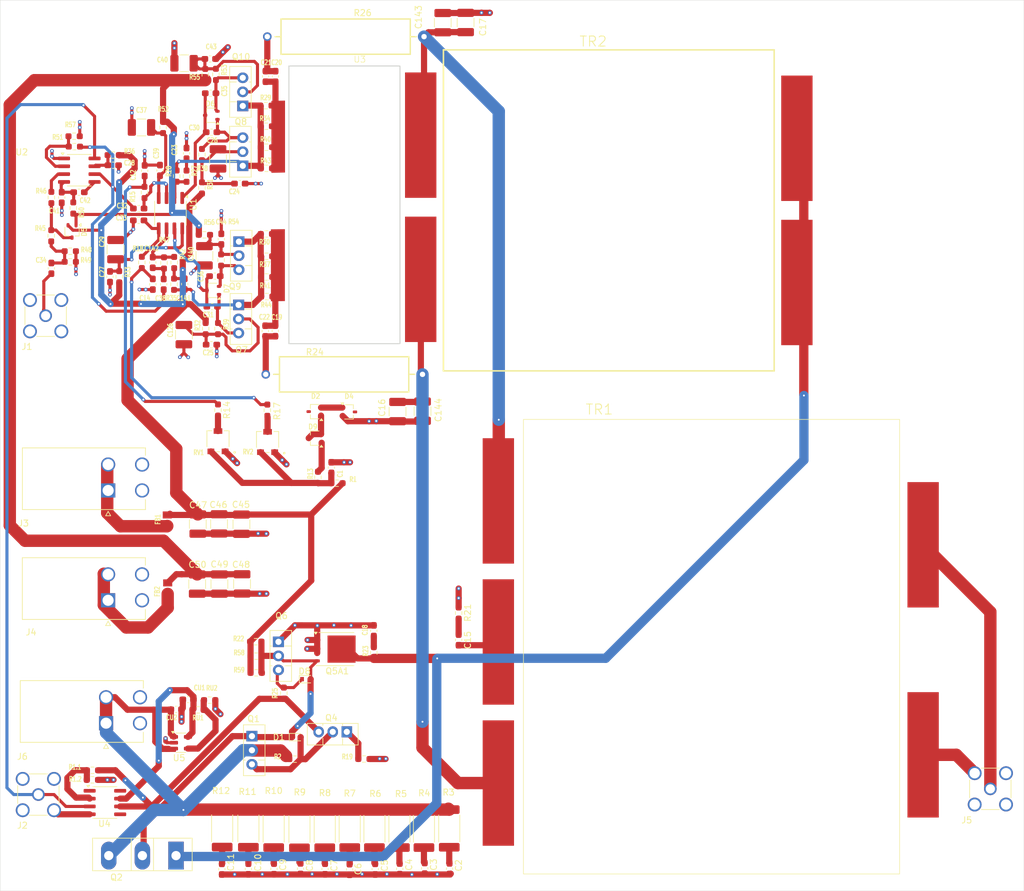
<source format=kicad_pcb>
(kicad_pcb (version 20240108) (generator "pcbnew") (generator_version "8.0")
  (layers (0 "F.Cu" signal) (1 "In1.Cu" signal) (2 "In2.Cu" signal) (31 "B.Cu" signal) (34 "B.Paste" user) (35 "F.Paste" user) (36 "B.SilkS" user "B.Overlay") (37 "F.SilkS" user "F.Overlay") (38 "B.Mask" user "B.Solder") (39 "F.Mask" user "F.Solder") (44 "Edge.Cuts" user))
  (net 0 "")
  (net 1 "Net-(C1-Pad1)")
  (net 2 "GND")
  (net 3 "Net-(C2-Pad1)")
  (net 4 "Net-(C3-Pad1)")
  (net 5 "Net-(C4-Pad1)")
  (net 6 "Net-(C5-Pad1)")
  (net 7 "Net-(C6-Pad1)")
  (net 8 "Net-(C7-Pad1)")
  (net 9 "Net-(C8-Pad1)")
  (net 10 "Net-(C9-Pad1)")
  (net 11 "Net-(C10-Pad1)")
  (net 12 "Net-(C11-Pad1)")
  (net 13 "Net-(C12-Pad1)")
  (net 14 "Net-(C14-Pad1)")
  (net 15 "Net-(C15-Pad1)")
  (net 16 "Net-(TR1-PM)")
  (net 17 "/HF Part/D2")
  (net 18 "/HF Part/D1")
  (net 19 "Net-(C18-Pad1)")
  (net 20 "Output_OPV2_2")
  (net 21 "/HF Part/RFB2")
  (net 22 "/HF Part/RFB1")
  (net 23 "Output_OPV2_1")
  (net 24 "Net-(C23-Pad1)")
  (net 25 "Net-(Q8-C)")
  (net 26 "Net-(Q7-C)")
  (net 27 "Net-(U1-+VS)")
  (net 28 "Net-(U2-V+)")
  (net 29 "Net-(U1-OUT1)")
  (net 30 "Net-(Q8-B)")
  (net 31 "Net-(Q7-B)")
  (net 32 "Net-(U1-OUT2)")
  (net 33 "bias1")
  (net 34 "Output_OPV1")
  (net 35 "bias2")
  (net 36 "Input_Signal")
  (net 37 "Net-(C34-Pad2)")
  (net 38 "Net-(D6-A)")
  (net 39 "Net-(D7-A)")
  (net 40 "Net-(U1--VS)")
  (net 41 "Net-(C142-Pad1)")
  (net 42 "Net-(Q10-E)")
  (net 43 "Net-(U2-V-)")
  (net 44 "Net-(U2-C_{COMP})")
  (net 45 "Vp")
  (net 46 "Vn")
  (net 47 "Net-(C141-Pad1)")
  (net 48 "Net-(Q7-E)")
  (net 49 "Net-(U1--IN2)")
  (net 50 "Net-(U4-V+)")
  (net 51 "Input_56V")
  (net 52 "Net-(D1-K)")
  (net 53 "/Switch/G")
  (net 54 "Net-(D9-A)")
  (net 55 "Net-(D2-A)")
  (net 58 "Net-(D5-K-Pad3)")
  (net 59 "Net-(D8-A)")
  (net 60 "Net-(D9-K-Pad1)")
  (net 61 "Net-(FB1-Pad2)")
  (net 62 "Net-(FB2-Pad2)")
  (net 63 "Enable")
  (net 64 "/HF Part/Output")
  (net 65 "Output_56V")
  (net 66 "Net-(Q4-E)")
  (net 67 "/Switch/ENA")
  (net 68 "Net-(Q10-C)")
  (net 69 "Net-(U4--)")
  (net 70 "Net-(R14-Pad2)")
  (net 71 "Net-(R17-Pad2)")
  (net 72 "Net-(U1--IN1)")
  (net 73 "Net-(U2-+)")
  (net 74 "Net-(U2--)")
  (net 75 "Net-(U5-ADJ)")
  (net 79 "Net-(Q9-C)")
  (footprint "Capacitor_SMD:C_0603_1608Metric_Pad1.08x0.95mm_HandSolder" (layer "F.Cu") (at 99.0875 157.8 -90)
    (property "Reference" "C3")
    (property "Value" "0.1uF")
  )
  (footprint "Resistor_SMD:R_0603_1608Metric_Pad0.98x0.95mm_HandSolder" (layer "F.Cu") (at 64.2375 130.5425)
    (property "Reference" "RU2")
    (property "Value" "1.35k")
  )
  (footprint "Resistor_SMD:R_0603_1608Metric_Pad0.98x0.95mm_HandSolder" (layer "F.Cu") (at 45.25 141.9175 180)
    (property "Reference" "R1.1")
    (property "Value" "10k")
  )
  (footprint "Resistor_SMD:R_0603_1608Metric_Pad0.98x0.95mm_HandSolder" (layer "F.Cu") (at 42.3125 40.8475)
    (property "Reference" "R51")
    (property "Value" "470R")
  )
  (footprint "Capacitor_SMD:C_1210_3225Metric_Pad1.33x2.70mm_HandSolder" (layer "F.Cu") (at 102.0125 20.7625 -90)
    (property "Reference" "C143")
    (property "Value" "470p")
  )
  (footprint "Resistor_SMD:R_0603_1608Metric_Pad0.98x0.95mm_HandSolder" (layer "F.Cu") (at 84.8625 95.3925)
    (property "Reference" "R1")
    (property "Value" "4k7")
  )
  (footprint "Capacitor_SMD:C_0603_1608Metric_Pad1.08x0.95mm_HandSolder" (layer "F.Cu") (at 55.0125 59.6265 90)
    (property "Reference" "C142")
    (property "Value" "NDA")
  )
  (footprint "Capacitor_SMD:C_0603_1608Metric_Pad1.08x0.95mm_HandSolder" (layer "F.Cu") (at 74.9025 29.4835 90)
    (property "Reference" "C20")
    (property "Value" "1nF")
  )
  (footprint "Resistor_SMD:R_0603_1608Metric_Pad0.98x0.95mm_HandSolder" (layer "F.Cu") (at 78.0625 140.1125)
    (property "Reference" "R2")
    (property "Value" "330R")
  )
  (footprint "Capacitor_SMD:C_0603_1608Metric_Pad1.08x0.95mm_HandSolder" (layer "F.Cu") (at 66.1275 55.8425 90)
    (property "Reference" "C44")
    (property "Value" "0.1uF")
  )
  (footprint "Capacitor_SMD:C_1210_3225Metric_Pad1.33x2.70mm_HandSolder" (layer "F.Cu") (at 69.3875 102.0375 -90)
    (property "Reference" "C45")
    (property "Value" "10uF")
  )
  (footprint "Capacitor_SMD:C_0603_1608Metric_Pad1.08x0.95mm_HandSolder" (layer "F.Cu") (at 91.0625 157.9375 -90)
    (property "Reference" "C5")
    (property "Value" "0.1uF")
  )
  (footprint "Capacitor_SMD:C_0603_1608Metric_Pad1.08x0.95mm_HandSolder" (layer "F.Cu") (at 73.2525 70.739 -90)
    (property "Reference" "C22")
    (property "Value" "DNA")
  )
  (footprint "Resistor_SMD:R_2512_6332Metric_Pad1.40x3.35mm_HandSolder" (layer "F.Cu") (at 86.9375 151.3875 -90)
    (property "Reference" "R7")
    (property "Value" "2R2")
  )
  (footprint "Package_TO_SOT_SMD:SOT-323_SC-70" (layer "F.Cu") (at 81.2875 83.7925 180)
    (property "Reference" "D2")
    (property "Value" "BAV99WT1G")
  )
  (footprint "Resistor_SMD:R_2512_6332Metric_Pad1.40x3.35mm_HandSolder" (layer "F.Cu") (at 74.6125 151.3875 -90)
    (property "Reference" "R10")
    (property "Value" "2R2")
  )
  (footprint "Capacitor_SMD:C_1210_3225Metric_Pad1.33x2.70mm_HandSolder" (layer "F.Cu") (at 60.0875 27.3425 180)
    (property "Reference" "C40")
    (property "Value" "10uF")
  )
  (footprint "Resistor_SMD:R_0603_1608Metric_Pad0.98x0.95mm_HandSolder" (layer "F.Cu") (at 60.4875 45.6425 -90)
    (property "Reference" "R27")
    (property "Value" "470R")
  )
  (footprint "Capacitor_SMD:C_0603_1608Metric_Pad1.08x0.95mm_HandSolder" (layer "F.Cu") (at 56.1875 44.705 90)
    (property "Reference" "C39")
    (property "Value" "0.1uF")
  )
  (footprint "Capacitor_SMD:C_0603_1608Metric_Pad1.08x0.95mm_HandSolder" (layer "F.Cu") (at 64.325 26.6425)
    (property "Reference" "C43")
    (property "Value" "0.1uF")
  )
  (footprint "Package_TO_SOT_SMD:SOT-323_SC-70" (layer "F.Cu") (at 64.7525 64.1515 180)
    (property "Reference" "D7")
    (property "Value" "BAV99WT1G")
  )
  (footprint "Resistor_SMD:R_0603_1608Metric_Pad0.98x0.95mm_HandSolder" (layer "F.Cu") (at 62.9875 47.5425 -90)
    (property "Reference" "R31")
    (property "Value" "2R2")
  )
  (footprint "Capacitor_SMD:C_1210_3225Metric_Pad1.33x2.70mm_HandSolder" (layer "F.Cu") (at 65.8125 111.7375 -90)
    (property "Reference" "C49")
    (property "Value" "10uF")
  )
  (footprint "Capacitor_SMD:C_0603_1608Metric_Pad1.08x0.95mm_HandSolder" (layer "F.Cu") (at 95.0375 157.8875 -90)
    (property "Reference" "C4")
    (property "Value" "0.1uF")
  )
  (footprint "Capacitor_SMD:C_0603_1608Metric_Pad1.08x0.95mm_HandSolder" (layer "F.Cu") (at 60.1875 63.1265 -90)
    (property "Reference" "C141")
    (property "Value" "10p")
  )
  (footprint "Capacitor_SMD:C_1210_3225Metric_Pad1.33x2.70mm_HandSolder" (layer "F.Cu") (at 48.9875 57.5425 90)
    (property "Reference" "C29")
    (property "Value" "10uF")
  )
  (footprint "Package_SO:SOIC-8_3.9x4.9mm_P1.27mm" (layer "F.Cu") (at 57.8875 51.6425 -90)
    (property "Reference" "U1")
    (property "Value" "AD8017ARZ")
  )
  (footprint "Library:TR1" (layer "F.Cu") (at 143.0245 121.6335 -90)
    (property "Reference" "TR1")
    (property "Value" "1:1:4:4")
  )
  (footprint "Library:PVG3A" (layer "F.Cu") (at 65.5875 88.5925 180)
    (property "Reference" "RV1")
    (property "Value" "R_Potentiometer")
  )
  (footprint "Resistor_SMD:R_0603_1608Metric_Pad0.98x0.95mm_HandSolder" (layer "F.Cu") (at 56.6875 37.7425 90)
    (property "Reference" "R52")
    (property "Value" "2R2")
  )
  (footprint "Capacitor_SMD:C_0603_1608Metric_Pad1.08x0.95mm_HandSolder" (layer "F.Cu") (at 73.3025 29.471 90)
    (property "Reference" "C21")
    (property "Value" "DNA")
  )
  (footprint "Resistor_SMD:R_0603_1608Metric_Pad0.98x0.95mm_HandSolder" (layer "F.Cu") (at 65.5875 83.5425 -90)
    (property "Reference" "R14")
    (property "Value" "120R")
  )
  (footprint "Capacitor_SMD:C_0603_1608Metric_Pad1.08x0.95mm_HandSolder" (layer "F.Cu") (at 64.54 38.5175)
    (property "Reference" "C30")
    (property "Value" "0.1uF")
  )
  (footprint "Capacitor_SMD:C_0603_1608Metric_Pad1.08x0.95mm_HandSolder" (layer "F.Cu") (at 69.125 46.8425)
    (property "Reference" "C24")
    (property "Value" "0.1uF")
  )
  (footprint "Package_TO_SOT_THT:TO-126-3_Vertical" (layer "F.Cu") (at 69.6025 34.2615 90)
    (property "Reference" "Q10")
    (property "Value" "BD140")
  )
  (footprint "Capacitor_SMD:C_0603_1608Metric_Pad1.08x0.95mm_HandSolder" (layer "F.Cu") (at 56.7875 63.164 90)
    (property "Reference" "C38")
    (property "Value" "0.1uF")
  )
  (footprint "Capacitor_SMD:C_0603_1608Metric_Pad1.08x0.95mm_HandSolder" (layer "F.Cu") (at 74.8775 70.714 -90)
    (property "Reference" "C19")
    (property "Value" "1nF")
  )
  (footprint "Library:TO-247-3_MOSFET" (layer "F.Cu") (at 58.7875 155.7425 180)
    (property "Reference" "Q2")
    (property "Value" "IXTH90P10P")
  )
  (footprint "Capacitor_SMD:C_0603_1608Metric_Pad1.08x0.95mm_HandSolder" (layer "F.Cu") (at 40.2625 49.0975 -90)
    (property "Reference" "C41")
    (property "Value" "0.1uF")
  )
  (footprint "Connector_Coaxial:SMA_Amphenol_901-144_Vertical" (layer "F.Cu") (at 36.48 145.85)
    (property "Reference" "J2")
    (property "Value" "Enable")
  )
  (footprint "Library:MOLEX_26013115" (layer "F.Cu") (at 47.79 96.57 -90)
    (property "Reference" "J3")
    (property "Value" "Vp_8V")
  )
  (footprint "Package_TO_SOT_THT:TO-126-3_Vertical" (layer "F.Cu") (at 71.0875 136.3875 -90)
    (property "Reference" "Q1")
    (property "Value" "BD139")
  )
  (footprint "Package_SO:SOIC-8_3.9x4.9mm_P1.27mm" (layer "F.Cu") (at 43.1125 44.6725)
    (property "Reference" "U2")
    (property "Value" "AD8021AR")
  )
  (footprint "Capacitor_SMD:C_0603_1608Metric_Pad1.08x0.95mm_HandSolder" (layer "F.Cu") (at 38.5875 60.5725 90)
    (property "Reference" "C34")
    (property "Value" "4n7")
  )
  (footprint "Package_TO_SOT_SMD:SOT-323_SC-70" (layer "F.Cu") (at 86.7875 83.8425)
    (property "Reference" "D4")
    (property "Value" "BAV99WT1G")
  )
  (footprint "Resistor_SMD:R_2512_6332Metric_Pad1.40x3.35mm_HandSolder" (layer "F.Cu") (at 90.9375 151.3875 -90)
    (property "Reference" "R6")
    (property "Value" "2R2")
  )
  (footprint "Resistor_SMD:R_0603_1608Metric_Pad0.98x0.95mm_HandSolder" (layer "F.Cu") (at 63.5275 29.1765 -90)
    (property "Reference" "R55")
    (property "Value" "2R2")
  )
  (footprint "Capacitor_SMD:C_0603_1608Metric_Pad1.08x0.95mm_HandSolder" (layer "F.Cu") (at 65.0875 61.8425)
    (property "Reference" "C36")
    (property "Value" "0.1uF")
  )
  (footprint "Capacitor_SMD:C_0603_1608Metric_Pad1.08x0.95mm_HandSolder" (layer "F.Cu") (at 83.9625 92.8675 90)
    (property "Reference" "C1")
    (property "Value" "0.1uF")
  )
  (footprint "Package_TO_SOT_THT:TO-126-3_Vertical" (layer "F.Cu") (at 75.3875 121.1 -90)
    (property "Reference" "Q6")
    (property "Value" "BD139")
  )
  (footprint "Capacitor_SMD:C_0603_1608Metric_Pad1.08x0.95mm_HandSolder" (layer "F.Cu") (at 82.9375 157.9125 -90)
    (property "Reference" "C7")
    (property "Value" "0.1uF")
  )
  (footprint "Connector_Coaxial:SMA_Amphenol_901-144_Vertical" (layer "F.Cu") (at 190.7475 144.9275)
    (property "Reference" "J5")
    (property "Value" "Output")
  )
  (footprint "Resistor_SMD:R_0603_1608Metric_Pad0.98x0.95mm_HandSolder" (layer "F.Cu") (at 49.5875 61.9425 -90)
    (property "Reference" "R33")
    (property "Value" "2R2")
  )
  (footprint "Resistor_SMD:R_0603_1608Metric_Pad0.98x0.95mm_HandSolder" (layer "F.Cu") (at 41.65 59.5225)
    (property "Reference" "R49")
    (property "Value" "100R")
  )
  (footprint "Capacitor_SMD:C_0603_1608Metric_Pad1.08x0.95mm_HandSolder" (layer "F.Cu") (at 66.2125 157.9375 -90)
    (property "Reference" "C11")
    (property "Value" "0.1uF")
  )
  (footprint "Resistor_SMD:R_0603_1608Metric_Pad0.98x0.95mm_HandSolder" (layer "F.Cu") (at 81.7875 94.4425 90)
    (property "Reference" "R13")
    (property "Value" "120R")
  )
  (footprint "Package_TO_SOT_SMD:TDSON-8-1" (layer "F.Cu") (at 84.5625 122.28)
    (property "Reference" "Q5A1")
    (property "Value" "BSC340N08NS3G")
  )
  (footprint "Resistor_SMD:R_0603_1608Metric_Pad0.98x0.95mm_HandSolder" (layer "F.Cu") (at 38.5875 49.0975 -90)
    (property "Reference" "R46")
    (property "Value" "100R")
  )
  (footprint "Resistor_SMD:R_0603_1608Metric_Pad0.98x0.95mm_HandSolder" (layer "F.Cu") (at 53.2475 59.6175 -90)
    (property "Reference" "R18")
    (property "Value" "4k7")
  )
  (footprint "Capacitor_SMD:C_0603_1608Metric_Pad1.08x0.95mm_HandSolder" (layer "F.Cu") (at 52.74 50.8835)
    (property "Reference" "C32")
    (property "Value" "0.1uF")
  )
  (footprint "Capacitor_SMD:C_1210_3225Metric_Pad1.33x2.70mm_HandSolder" (layer "F.Cu") (at 98.7375 83.725 90)
    (property "Reference" "C144")
    (property "Value" "470p")
  )
  (footprint "Resistor_SMD:R_0603_1608Metric_Pad0.98x0.95mm_HandSolder" (layer "F.Cu") (at 66.0875 59.23 90)
    (property "Reference" "R54")
    (property "Value" "10k")
  )
  (footprint "Resistor_SMD:R_0603_1608Metric_Pad0.98x0.95mm_HandSolder" (layer "F.Cu") (at 73.4525 58.6265 180)
    (property "Reference" "R37")
    (property "Value" "39R")
  )
  (footprint "Library:BLM21PG300SN1B" (layer "F.Cu") (at 57.4375 112.4375 -90)
    (property "Reference" "FB2")
    (property "Value" "FerriteBead")
  )
  (footprint "Resistor_SMD:R_0603_1608Metric_Pad0.98x0.95mm_HandSolder" (layer "F.Cu") (at 58.4875 59.639 90)
    (property "Reference" "R42")
    (property "Value" "220R")
  )
  (footprint "Resistor_SMD:R_0603_1608Metric_Pad0.98x0.95mm_HandSolder" (layer "F.Cu") (at 73.3525 34.2015 180)
    (property "Reference" "R29")
    (property "Value" "39R")
  )
  (footprint "Resistor_SMD:R_2512_6332Metric_Pad1.40x3.35mm_HandSolder" (layer "F.Cu") (at 98.9625 151.3875 -90)
    (property "Reference" "R4")
    (property "Value" "2R2")
  )
  (footprint "Capacitor_SMD:C_1210_3225Metric_Pad1.33x2.70mm_HandSolder" (layer "F.Cu") (at 63.3875 58.5425 -90)
    (property "Reference" "C140")
    (property "Value" "10uF")
  )
  (footprint "Capacitor_SMD:C_0603_1608Metric_Pad1.08x0.95mm_HandSolder" (layer "F.Cu") (at 60.75 130.45 180)
    (property "Reference" "CU1")
    (property "Value" "1uF")
  )
  (footprint "Library:D_SOD-523_new" (layer "F.Cu") (at 79.9125 127.15)
    (property "Reference" "D8")
    (property "Value" "BAT54XV2T5G")
  )
  (footprint "Library:D_SOD-523_new" (layer "F.Cu") (at 78.2875 136.5425)
    (property "Reference" "D1")
    (property "Value" "BAT54XV2T5G")
  )
  (footprint "Library:BLM21PG300SN1B" (layer "F.Cu") (at 57.37 101.43 -90)
    (property "Reference" "FB1")
    (property "Value" "FerriteBead")
  )
  (footprint "Resistor_SMD:R_0603_1608Metric_Pad0.98x0.95mm_HandSolder" (layer "F.Cu") (at 42.275 39.1725 180)
    (property "Reference" "R57")
    (property "Value" "470R")
  )
  (footprint "Capacitor_SMD:C_0603_1608Metric_Pad1.08x0.95mm_HandSolder" (layer "F.Cu") (at 78.9625 157.8625 -90)
    (property "Reference" "C8")
    (property "Value" "0.1uF")
  )
  (footprint "Library:MOLEX_26013115" (layer "F.Cu") (at 47.78 114.37 -90)
    (property "Reference" "J4")
    (property "Value" "Vn_-5V")
  )
  (footprint "Resistor_SMD:R_2512_6332Metric_Pad1.40x3.35mm_HandSolder" (layer "F.Cu") (at 78.7875 151.4375 -90)
    (property "Reference" "R9")
    (property "Value" "2R2")
  )
  (footprint "Package_TO_SOT_THT:TO-126-3_Vertical" (layer "F.Cu") (at 68.9275 66.5015 -90)
    (property "Reference" "Q7")
    (property "Value" "BD139")
  )
  (footprint "Resistor_SMD:R_0603_1608Metric_Pad0.98x0.95mm_HandSolder" (layer "F.Cu") (at 73.5875 83.5675 -90)
    (property "Reference" "R17")
    (property "Value" "120R")
  )
  (footprint "Library:PVG3A" (layer "F.Cu") (at 73.625 88.7175 180)
    (property "Reference" "RV2")
    (property "Value" "R_Potentiometer")
  )
  (footprint "Capacitor_SMD:C_1210_3225Metric_Pad1.33x2.70mm_HandSolder" (layer "F.Cu") (at 60.0625 71.3175 -90)
    (property "Reference" "C126")
    (property "Value" "10uF")
  )
  (footprint "Capacitor_SMD:C_1210_3225Metric_Pad1.33x2.70mm_HandSolder" (layer "F.Cu") (at 65.7625 101.9875 -90)
    (property "Reference" "C46")
    (property "Value" "10uF")
  )
  (footprint "Resistor_SMD:R_0603_1608Metric_Pad0.98x0.95mm_HandSolder" (layer "F.Cu") (at 71.775 126.125)
    (property "Reference" "R59")
    (property "Value" "220R")
  )
  (footprint "Resistor_SMD:R_2512_6332Metric_Pad1.40x3.35mm_HandSolder" (layer "F.Cu") (at 94.9875 151.3875 -90)
    (property "Reference" "R5")
    (property "Value" "2R2")
  )
  (footprint "Resistor_SMD:R_0603_1608Metric_Pad0.98x0.95mm_HandSolder" (layer "F.Cu") (at 73.415 37.5515 180)
    (property "Reference" "R34")
    (property "Value" "39R")
  )
  (footprint "Capacitor_SMD:C_0603_1608Metric_Pad1.08x0.95mm_HandSolder" (layer "F.Cu") (at 48.6125 43.8725)
    (property "Reference" "C28")
    (property "Value" "0.1uF")
  )
  (footprint "Resistor_SMD:R_0603_1608Metric_Pad0.98x0.95mm_HandSolder" (layer "F.Cu") (at 104.5875 116.4375 90)
    (property "Reference" "R21")
    (property "Value" "22R")
  )
  (footprint "Capacitor_SMD:C_0603_1608Metric_Pad1.08x0.95mm_HandSolder" (layer "F.Cu") (at 64.525 72.9425)
    (property "Reference" "C25")
    (property "Value" "0.1uF")
  )
  (footprint "Capacitor_SMD:C_1210_3225Metric_Pad1.33x2.70mm_HandSolder" (layer "F.Cu") (at 62.3175 102.0125 -90)
    (property "Reference" "C47")
    (property "Value" "10uF")
  )
  (footprint "Library:AX_1.000X.225_.034" (layer "F.Cu") (at 88.1025 78.2385 180)
    (property "Reference" "R24")
    (property "Value" "270R")
  )
  (footprint "Capacitor_SMD:C_0603_1608Metric_Pad1.08x0.95mm_HandSolder" (layer "F.Cu") (at 86.9125 157.9875 -90)
    (property "Reference" "C6")
    (property "Value" "0.1uF")
  )
  (footprint "Resistor_SMD:R_0603_1608Metric_Pad0.98x0.95mm_HandSolder" (layer "F.Cu") (at 73.44 40.9515 180)
    (property "Reference" "R40")
    (property "Value" "39R")
  )
  (footprint "Resistor_SMD:R_0603_1608Metric_Pad0.98x0.95mm_HandSolder" (layer "F.Cu") (at 56.8375 59.7015 -90)
    (property "Reference" "R47")
    (property "Value" "220R")
  )
  (footprint "Resistor_SMD:R_0603_1608Metric_Pad0.98x0.95mm_HandSolder" (layer "F.Cu") (at 63.3875 55.1425 180)
    (property "Reference" "R56")
    (property "Value" "2R2")
  )
  (footprint "Package_TO_SOT_SMD:SOT-323_SC-70" (layer "F.Cu") (at 64.5025 35.7765 180)
    (property "Reference" "D6")
    (property "Value" "BAV99WT1G")
  )
  (footprint "Capacitor_SMD:C_1210_3225Metric_Pad1.33x2.70mm_HandSolder" (layer "F.Cu") (at 105.7125 20.7375 -90)
    (property "Reference" "C17")
    (property "Value" "470p")
  )
  (footprint "Capacitor_SMD:C_1210_3225Metric_Pad1.33x2.70mm_HandSolder" (layer "F.Cu") (at 62.2175 111.7375 -90)
    (property "Reference" "C50")
    (property "Value" "10uF")
  )
  (footprint "Resistor_SMD:R_0603_1608Metric_Pad0.98x0.95mm_HandSolder" (layer "F.Cu") (at 53.6775 48.2835 90)
    (property "Reference" "R15")
    (property "Value" "4k7")
  )
  (footprint "Capacitor_SMD:C_0603_1608Metric_Pad1.08x0.95mm_HandSolder" (layer "F.Cu") (at 58.8125 132.05)
    (property "Reference" "CU2")
    (property "Value" "1uF")
  )
  (footprint "Resistor_SMD:R_2512_6332Metric_Pad1.40x3.35mm_HandSolder" (layer "F.Cu") (at 82.8875 151.4125 -90)
    (property "Reference" "R8")
    (property "Value" "2R2")
  )
  (footprint "Resistor_SMD:R_0603_1608Metric_Pad0.98x0.95mm_HandSolder" (layer "F.Cu") (at 76.2625 129.425 90)
    (property "Reference" "R25")
    (property "Value" "4k7")
  )
  (footprint "Capacitor_SMD:C_0603_1608Metric_Pad1.08x0.95mm_HandSolder" (layer "F.Cu") (at 52.7275 52.8085)
    (property "Reference" "C33")
    (property "Value" "0.1uF")
  )
  (footprint "Resistor_SMD:R_0603_1608Metric_Pad0.98x0.95mm_HandSolder" (layer "F.Cu") (at 63.5875 70.3425 90)
    (property "Reference" "R32")
    (property "Value" "2R2")
  )
  (footprint "Capacitor_SMD:C_0603_1608Metric_Pad1.08x0.95mm_HandSolder" (layer "F.Cu") (at 64.64 66.7765)
    (property "Reference" "C31")
    (property "Value" "0.1uF")
  )
  (footprint "Resistor_SMD:R_0603_1608Metric_Pad0.98x0.95mm_HandSolder" (layer "F.Cu") (at 65.2525 29.1515 90)
    (property "Reference" "R53")
    (property "Value" "10k")
  )
  (footprint "Resistor_SMD:R_0603_1608Metric_Pad0.98x0.95mm_HandSolder" (layer "F.Cu") (at 58.4625 63.1515 90)
    (property "Reference" "R35")
    (property "Value" "220R")
  )
  (footprint "Resistor_SMD:R_0603_1608Metric_Pad0.98x0.95mm_HandSolder" (layer "F.Cu") (at 73.49 65.1515 180)
    (property "Reference" "R44")
    (property "Value" "39R")
  )
  (footprint "Resistor_SMD:R_0603_1608Metric_Pad0.98x0.95mm_HandSolder" (layer "F.Cu") (at 45.2375 143.4675)
    (property "Reference" "R1.2")
    (property "Value" "2k")
  )
  (footprint "Resistor_SMD:R_0603_1608Metric_Pad0.98x0.95mm_HandSolder" (layer "F.Cu") (at 89.2375 140.0875)
    (property "Reference" "R19")
    (property "Value" "120R")
  )
  (footprint "Library:AX_1.000X.225_.034" (layer "F.Cu") (at 88.3525 23.5085 180)
    (property "Reference" "R26")
    (property "Value" "270R")
  )
  (footprint "Package_TO_SOT_THT:TO-126-3_Vertical" (layer "F.Cu") (at 86.4625 135.6875 180)
    (property "Reference" "Q4")
    (property "Value" "BD139")
  )
  (footprint "Resistor_SMD:R_0603_1608Metric_Pad0.98x0.95mm_HandSolder" (layer "F.Cu") (at 48.6125 42.2225)
    (property "Reference" "R36")
    (property "Value" "2R2")
  )
  (footprint "Resistor_SMD:R_2512_6332Metric_Pad1.40x3.35mm_HandSolder" (layer "F.Cu") (at 70.5125 151.3375 -90)
    (property "Reference" "R11")
    (property "Value" "2R2")
  )
  (footprint "Resistor_SMD:R_0603_1608Metric_Pad0.98x0.95mm_HandSolder" (layer "F.Cu") (at 65.5875 70.3425 90)
    (property "Reference" "R39")
    (property "Value" "10k")
  )
  (footprint "Capacitor_SMD:C_0603_1608Metric_Pad1.08x0.95mm_HandSolder" (layer "F.Cu") (at 90.8375 119.3 90)
    (property "Reference" "C18")
    (property "Value" "1nF")
  )
  (footprint "Capacitor_SMD:C_0603_1608Metric_Pad1.08x0.95mm_HandSolder" (layer "F.Cu") (at 70.5125 157.9125 -90)
    (property "Reference" "C10")
    (property "Value" "0.1uF")
  )
  (footprint "Package_TO_SOT_THT:TO-126-3_Vertical" (layer "F.Cu") (at 68.9775 56.2515 -90)
    (property "Reference" "Q9")
    (property "Value" "BD140")
  )
  (footprint "Library:MOLEX_26013115" (layer "F.Cu") (at 47.45 134.2875 -90)
    (property "Reference" "J6")
    (property "Value" "Input_56V")
  )
  (footprint "Resistor_SMD:R_0603_1608Metric_Pad0.98x0.95mm_HandSolder" (layer "F.Cu") (at 73.44 44.3765 180)
    (property "Reference" "R43")
    (property "Value" "39R")
  )
  (footprint "Package_TO_SOT_SMD:SOT-323_SC-70" (layer "F.Cu") (at 41.9375 54.5975 -90)
    (property "Reference" "D5")
    (property "Value" "BAV99WT1G")
  )
  (footprint "Package_TO_SOT_THT:TO-126-3_Vertical" (layer "F.Cu") (at 69.6025 43.9615 90)
    (property "Reference" "Q8")
    (property "Value" "BD139")
  )
  (footprint "Resistor_SMD:R_0603_1608Metric_Pad0.98x0.95mm_HandSolder" (layer "F.Cu") (at 73.465 61.9765 180)
    (property "Reference" "R41")
    (property "Value" "39R")
  )
  (footprint "Capacitor_SMD:C_0603_1608Metric_Pad1.08x0.95mm_HandSolder" (layer "F.Cu") (at 64.3875 32.2015)
    (property "Reference" "C35")
    (property "Value" "0.1uF")
  )
  (footprint "Library:TR2" (layer "F.Cu") (at 140.6015 81.6645)
    (property "Reference" "TR2")
    (property "Value" "1:1")
  )
  (footprint "Resistor_SMD:R_0603_1608Metric_Pad0.98x0.95mm_HandSolder" (layer "F.Cu") (at 71.7125 121.075)
    (property "Reference" "R22")
    (property "Value" "220R")
  )
  (footprint "Resistor_SMD:R_0603_1608Metric_Pad0.98x0.95mm_HandSolder" (layer "F.Cu") (at 90.8375 122.875 90)
    (property "Reference" "R23")
    (property "Value" "2R2")
  )
  (footprint "Resistor_SMD:R_0603_1608Metric_Pad0.98x0.95mm_HandSolder" (layer "F.Cu") (at 58.8875 45.63 90)
    (property "Reference" "R28")
    (property "Value" "470R")
  )
  (footprint "Capacitor_SMD:C_1210_3225Metric_Pad1.33x2.70mm_HandSolder" (layer "F.Cu") (at 69.4875 111.7125 -90)
    (property "Reference" "C48")
    (property "Value" "10uF")
  )
  (footprint "Resistor_SMD:R_2512_6332Metric_Pad1.40x3.35mm_HandSolder" (layer "F.Cu") (at 66.2625 151.3125 -90)
    (property "Reference" "R12")
    (property "Value" "2R2")
  )
  (footprint "Capacitor_SMD:C_0603_1608Metric_Pad1.08x0.95mm_HandSolder" (layer "F.Cu") (at 103.1125 157.8625 -90)
    (property "Reference" "C2")
    (property "Value" "0.1uF")
  )
  (footprint "Capacitor_SMD:C_0603_1608Metric_Pad1.08x0.95mm_HandSolder" (layer "F.Cu") (at 60.4875 41.9425 90)
    (property "Reference" "C23")
    (property "Value" "0.1uF")
  )
  (footprint "Capacitor_SMD:C_1210_3225Metric_Pad1.33x2.70mm_HandSolder" (layer "F.Cu") (at 94.6875 83.7875 90)
    (property "Reference" "C16")
    (property "Value" "470p")
  )
  (footprint "Capacitor_SMD:C_0603_1608Metric_Pad1.08x0.95mm_HandSolder" (layer "F.Cu") (at 53.7025 44.7585 90)
    (property "Reference" "C12")
    (property "Value" "0.1uF")
  )
  (footprint "Package_TO_SOT_SMD:SOT-323_SC-70" (layer "F.Cu") (at 81.2875 88.0925 180)
    (property "Reference" "D9")
    (property "Value" "BAV99WT1G")
  )
  (footprint "Capacitor_SMD:C_1210_3225Metric_Pad1.33x2.70mm_HandSolder" (layer "F.Cu") (at 65.5875 42.8425 -90)
    (property "Reference" "C26")
    (property "Value" "10uF")
  )
  (footprint "Package_SO:SOIC-8_3.9x4.9mm_P1.27mm" (layer "F.Cu") (at 47.2625 147.1425)
    (property "Reference" "U4")
    (property "Value" "AD8033")
  )
  (footprint "Library:SOT539A" (layer "F.Cu") (at 86.0775 36.4035)
    (property "Reference" "U3")
    (property "Value" "BLF188XRU")
    (fp_rect (start -9 -8.62) (end 9 36.38) (stroke (width 0.15)) (fill none) (layer "Edge.Cuts"))
  )
  (footprint "Capacitor_SMD:C_0603_1608Metric_Pad1.08x0.95mm_HandSolder" (layer "F.Cu") (at 48.0875 61.9425 -90)
    (property "Reference" "C27")
    (property "Value" "0.1uF")
  )
  (footprint "Capacitor_SMD:C_0603_1608Metric_Pad1.08x0.95mm_HandSolder" (layer "F.Cu") (at 55.0225 63.155 -90)
    (property "Reference" "C14")
    (property "Value" "0.1uF")
  )
  (footprint "Resistor_SMD:R_0603_1608Metric_Pad0.98x0.95mm_HandSolder" (layer "F.Cu") (at 38.5625 55.2975 -90)
    (property "Reference" "R45")
    (property "Value" "100R")
  )
  (footprint "Capacitor_SMD:C_0603_1608Metric_Pad1.08x0.95mm_HandSolder" (layer "F.Cu") (at 74.6625 157.9 -90)
    (property "Reference" "C9")
    (property "Value" "0.1uF")
  )
  (footprint "Package_TO_SOT_SMD:SOT-23-5" (layer "F.Cu") (at 59.5875 137.45)
    (property "Reference" "U5")
    (property "Value" "LT3014xS5")
  )
  (footprint "Resistor_SMD:R_2512_6332Metric_Pad1.40x3.35mm_HandSolder" (layer "F.Cu") (at 103.0625 151.3375 -90)
    (property "Reference" "R3")
    (property "Value" "2R2")
  )
  (footprint "Resistor_SMD:R_0603_1608Metric_Pad0.98x0.95mm_HandSolder" (layer "F.Cu") (at 73.4275 55.0015 180)
    (property "Reference" "R30")
    (property "Value" "39R")
  )
  (footprint "Resistor_SMD:R_0603_1608Metric_Pad0.98x0.95mm_HandSolder" (layer "F.Cu") (at 71.7625 123.425)
    (property "Reference" "R58")
    (property "Value" "220R")
  )
  (footprint "Resistor_SMD:R_0603_1608Metric_Pad0.98x0.95mm_HandSolder" (layer "F.Cu") (at 62.9875 42.1425 90)
    (property "Reference" "R38")
    (property "Value" "10k")
  )
  (footprint "Resistor_SMD:R_0603_1608Metric_Pad0.98x0.95mm_HandSolder" (layer "F.Cu") (at 62.3625 132.125)
    (property "Reference" "RU1")
    (property "Value" "25.2k")
  )
  (footprint "Capacitor_SMD:C_0603_1608Metric_Pad1.08x0.95mm_HandSolder" (layer "F.Cu") (at 104.5875 120.7875 -90)
    (property "Reference" "C15")
    (property "Value" "0.1uF")
  )
  (footprint "Resistor_SMD:R_0603_1608Metric_Pad0.98x0.95mm_HandSolder" (layer "F.Cu") (at 41.65 57.7975)
    (property "Reference" "R48")
    (property "Value" "100R")
  )
  (footprint "Connector_Coaxial:SMA_Amphenol_901-144_Vertical" (layer "F.Cu") (at 37.66 68.25)
    (property "Reference" "J1")
    (property "Value" "Input")
  )
  (footprint "Resistor_SMD:R_0603_1608Metric_Pad0.98x0.95mm_HandSolder" (layer "F.Cu") (at 42.1375 50.7975 -90)
    (property "Reference" "R50")
    (property "Value" "2R2")
  )
  (footprint "Capacitor_SMD:C_0603_1608Metric_Pad1.08x0.95mm_HandSolder" (layer "F.Cu") (at 43.0625 48.2475 180)
    (property "Reference" "C42")
    (property "Value" "10p")
  )
  (footprint "Capacitor_SMD:C_1210_3225Metric_Pad1.33x2.70mm_HandSolder" (layer "F.Cu") (at 53.1875 37.7425 180)
    (property "Reference" "C37")
    (property "Value" "10uF")
  )
  (gr_poly (pts (xy 74.2375 33.444) (xy 74.2375 45.099) (xy 76.4525 45.049) (xy 76.4525 33.394)) (fill solid) (layer "F.Cu") (net 23))
  (gr_poly (pts (xy 74.1625 54.2535) (xy 74.1625 65.9085) (xy 76.4275 65.8835) (xy 76.4275 54.2285)) (fill solid) (layer "F.Cu") (net 20))
  (gr_rect (start 30.2875 17.1175) (end 196.1875 161.4675) (stroke (width 0.05)) (fill none) (layer "Edge.Cuts"))
  (segment (start 83.95 95.3925) (end 83.95 93.7425) (width 1) (layer "F.Cu") (net 1))
  (segment (start 77.4625 95.355) (end 72.475 90.3675) (width 1) (layer "F.Cu") (net 1))
  (segment (start 81.825 95.3925) (end 81.7875 95.355) (width 1) (layer "F.Cu") (net 1))
  (segment (start 64.4375 90.2425) (end 69.5375 95.3425) (width 1) (layer "F.Cu") (net 1))
  (segment (start 69.5375 95.3425) (end 77.45 95.3425) (width 1) (layer "F.Cu") (net 1))
  (segment (start 83.95 93.7425) (end 83.9625 93.73) (width 1) (layer "F.Cu") (net 1))
  (segment (start 83.95 95.3925) (end 81.825 95.3925) (width 1) (layer "F.Cu") (net 1))
  (segment (start 81.7875 95.355) (end 77.4625 95.355) (width 1) (layer "F.Cu") (net 1))
  (segment (start 77.45 95.3425) (end 77.4625 95.355) (width 1) (layer "F.Cu") (net 1))
  (segment (start 81.6625 122.225) (end 80.05 122.225) (width 1) (layer "F.Cu") (net 2))
  (segment (start 51.865 54.2425) (end 51.3875 54.72) (width 0.5) (layer "F.Cu") (net 2))
  (segment (start 94.7375 85.4) (end 94.6875 85.35) (width 1) (layer "F.Cu") (net 2))
  (segment (start 39.6775 149.0475) (end 39.02 148.39) (width 1) (layer "F.Cu") (net 2))
  (segment (start 62.525 60.105) (end 63.3875 60.105) (width 0.5) (layer "F.Cu") (net 2))
  (segment (start 53.7025 41.5575) (end 53.7025 42.4275) (width 0.5) (layer "F.Cu") (net 2))
  (segment (start 76.875 158.8) (end 80.775 158.8) (width 1) (layer "F.Cu") (net 2))
  (segment (start 40.6375 42.7675) (end 39.0125 42.7675) (width 0.5) (layer "F.Cu") (net 2))
  (segment (start 39.0125 42.7675) (end 38.6875 42.4425) (width 0.5) (layer "F.Cu") (net 2))
  (segment (start 62.2175 113.3) (end 72.23 113.3) (width 1) (layer "F.Cu") (net 2))
  (segment (start 75.9875 91.6425) (end 76.6875 92.3425) (width 1) (layer "F.Cu") (net 2))
  (segment (start 90.075 85.35) (end 91.2 85.35) (width 1) (layer "F.Cu") (net 2))
  (segment (start 108.3 19.175) (end 109.625 19.175) (width 1) (layer "F.Cu") (net 2))
  (segment (start 65.3875 74.8425) (end 65.3875 74.0175) (width 0.5) (layer "F.Cu") (net 2))
  (segment (start 71.6875 46.8425) (end 72.5875 46.8425) (width 0.5) (layer "F.Cu") (net 2))
  (segment (start 51.625 35.38) (end 51.625 34.605) (width 0.5) (layer "F.Cu") (net 2))
  (segment (start 51.365 54.7425) (end 50.165 55.9425) (width 0.5) (layer "F.Cu") (net 2))
  (segment (start 90.15 140.0875) (end 91.7425 140.0875) (width 1) (layer "F.Cu") (net 2))
  (segment (start 103.1875 158.8) (end 103.3125 158.675) (width 1) (layer "F.Cu") (net 2))
  (segment (start 66.7875 90.2425) (end 67.9875 91.4425) (width 1) (layer "F.Cu") (net 2))
  (segment (start 105.7125 19.175) (end 108.275 19.175) (width 1) (layer "F.Cu") (net 2))
  (segment (start 74.775 90.43) (end 75.9875 91.6425) (width 1) (layer "F.Cu") (net 2))
  (segment (start 58.45 137.45) (end 57.295 137.45) (width 0.5) (layer "F.Cu") (net 2))
  (segment (start 51.625 35.38) (end 51.625 37.7425) (width 0.5) (layer "F.Cu") (net 2))
  (segment (start 65.5875 45.4425) (end 65.0875 45.9425) (width 0.5) (layer "F.Cu") (net 2))
  (segment (start 179.8545 139.4135) (end 185.2335 139.4135) (width 2) (layer "F.Cu") (net 2))
  (segment (start 40.2875 51.9425) (end 40.2625 51.9175) (width 0.5) (layer "F.Cu") (net 2))
  (segment (start 66.3875 25.5425) (end 67.1875 24.7425) (width 1) (layer "F.Cu") (net 2))
  (segment (start 60.4875 39.5425) (end 60.4875 38.6425) (width 0.5) (layer "F.Cu") (net 2))
  (segment (start 185.2335 139.4135) (end 188.2075 142.3875) (width 2) (layer "F.Cu") (net 2))
  (segment (start 108.275 19.175) (end 108.2875 19.1625) (width 1) (layer "F.Cu") (net 2))
  (segment (start 65.3875 74.0175) (end 65.3875 72.9425) (width 0.5) (layer "F.Cu") (net 2))
  (segment (start 61.22 61.41) (end 61.67 60.96) (width 0.5) (layer "F.Cu") (net 2))
  (segment (start 53.8625 64.01) (end 52.86 64.01) (width 0.5) (layer "F.Cu") (net 2))
  (segment (start 102.0125 19.2) (end 105.6875 19.2) (width 1) (layer "F.Cu") (net 2))
  (segment (start 65.5875 45.4425) (end 66.0875 45.9425) (width 0.5) (layer "F.Cu") (net 2))
  (segment (start 51.3875 54.72) (end 51.3875 54.7425) (width 0.5) (layer "F.Cu") (net 2))
  (segment (start 72.12 103.575) (end 73.42 103.575) (width 1) (layer "F.Cu") (net 2))
  (segment (start 84.3375 118.4375) (end 78.05 118.425) (width 1) (layer "F.Cu") (net 2))
  (segment (start 98.2375 85.4) (end 94.7375 85.4) (width 1) (layer "F.Cu") (net 2))
  (segment (start 104.5875 114.0125) (end 104.5875 112.4625) (width 1) (layer "F.Cu") (net 2))
  (segment (start 91.275 85.35) (end 94.6875 85.35) (width 1) (layer "F.Cu") (net 2))
  (segment (start 53.756 43.8425) (end 53.7025 43.896) (width 0.5) (layer "F.Cu") (net 2))
  (segment (start 69.9875 46.8425) (end 71.6875 46.8425) (width 0.5) (layer "F.Cu") (net 2))
  (segment (start 40.2625 51.2175) (end 40.2875 51.2425) (width 0.5) (layer "F.Cu") (net 2))
  (segment (start 53.679 43.8725) (end 53.7025 43.896) (width 0.5) (layer "F.Cu") (net 2))
  (segment (start 93 158.8) (end 97 158.8) (width 1) (layer "F.Cu") (net 2))
  (segment (start 86.645 85.35) (end 85.7875 84.4925) (width 1) (layer "F.Cu") (net 2))
  (segment (start 61.21 61.41) (end 61.22 61.41) (width 0.5) (layer "F.Cu") (net 2))
  (segment (start 59.4125 74.9425) (end 60.0625 74.2925) (width 0.5) (layer "F.Cu") (net 2))
  (segment (start 60.4875 39.5425) (end 60.4875 41.08) (width 0.5) (layer "F.Cu") (net 2))
  (segment (start 65.2875 26.6425) (end 66.3875 25.5425) (width 1) (layer "F.Cu") (net 2))
  (segment (start 89 158.8) (end 92.925 158.8) (width 1) (layer "F.Cu") (net 2))
  (segment (start 81.6625 122.225) (end 81.6625 122.915) (width 1) (layer "F.Cu") (net 2))
  (segment (start 58.525 24.88) (end 58.525 24.08) (width 1) (layer "F.Cu") (net 2))
  (segment (start 80.9 158.8) (end 84.75 158.8) (width 1) (layer "F.Cu") (net 2))
  (segment (start 38.6875 42.4425) (end 38.6875 41.5425) (width 0.5) (layer "F.Cu") (net 2))
  (segment (start 61.67 60.96) (end 62.525 60.105) (width 0.5) (layer "F.Cu") (net 2))
  (segment (start 42.5625 60.6675) (end 42.5625 61.5175) (width 0.5) (layer "F.Cu") (net 2))
  (segment (start 57.295 137.45) (end 57.0875 137.2425) (width 0.5) (layer "F.Cu") (net 2))
  (segment (start 48.0875 64.1425) (end 48.0875 62.805) (width 0.5) (layer "F.Cu") (net 2))
  (segment (start 59.675 133.23) (end 59.675 132.05) (width 1) (layer "F.Cu") (net 2))
  (segment (start 74.775 90.3675) (end 74.775 90.43) (width 1) (layer "F.Cu") (net 2))
  (segment (start 81.6625 118.4875) (end 81.6625 120.8) (width 1) (layer "F.Cu") (net 2))
  (segment (start 51.3875 54.7425) (end 51.365 54.7425) (width 0.5) (layer "F.Cu") (net 2))
  (segment (start 72.8 158.8) (end 76.8 158.8) (width 1) (layer "F.Cu") (net 2))
  (segment (start 49.475 44.93) (end 49.475 43.8725) (width 0.5) (layer "F.Cu") (net 2))
  (segment (start 53.7025 42.4275) (end 53.7025 43.896) (width 0.5) (layer "F.Cu") (net 2))
  (segment (start 47.6625 143.4675) (end 48.6625 143.4675) (width 1) (layer "F.Cu") (net 2))
  (segment (start 78.05 118.4375) (end 75.3875 121.1) (width 1) (layer "F.Cu") (net 2))
  (segment (start 81.6625 120.8) (end 81.6625 122.225) (width 1) (layer "F.Cu") (net 2))
  (segment (start 39.02 148.39) (end 38.54 148.39) (width 1) (layer "F.Cu") (net 2))
  (segment (start 90.8375 118.4375) (end 87.1625 118.4375) (width 1) (layer "F.Cu") (net 2))
  (segment (start 65.1875 26.6425) (end 65.2875 26.6425) (width 1) (layer "F.Cu") (net 2))
  (segment (start 66.2125 158.8) (end 68.275 158.8) (width 1) (layer "F.Cu") (net 2))
  (segment (start 81.6625 120.8) (end 80.1 120.8) (width 1) (layer "F.Cu") (net 2))
  (segment (start 38.54 148.39) (end 38.5125 148.4175) (width 1) (layer "F.Cu") (net 2))
  (segment (start 86.025 92.005) (end 86.9875 92.005) (width 1) (layer "F.Cu") (net 2))
  (segment (start 50.165 55.9425) (end 49.025 55.9425) (width 0.5) (layer "F.Cu") (net 2))
  (segment (start 59.675 134.0425) (end 59.675 133.255) (width 1) (layer "F.Cu") (net 2))
  (segment (start 91.8325 140.0875) (end 92.7425 140.0875) (width 1) (layer "F.Cu") (net 2))
  (segment (start 60.7625 74.9925) (end 60.0625 74.2925) (width 0.5) (layer "F.Cu") (net 2))
  (segment (start 65.15 130.5425) (end 65.1625 131.9675) (width 1) (layer "F.Cu") (net 2))
  (segment (start 67.9875 91.4425) (end 68.6875 92.1425) (width 1) (layer "F.Cu") (net 2))
  (segment (start 97.025 158.8) (end 101.075 158.8) (width 1) (layer "F.Cu") (net 2))
  (segment (start 68.3 158.8) (end 72.725 158.8) (width 1) (layer "F.Cu") (net 2))
  (segment (start 42.5625 60.6675) (end 42.5625 59.5225) (width 0.5) (layer "F.Cu") (net 2))
  (segment (start 66.1275 51.2775) (end 66.1375 51.2675) (width 0.5) (layer "F.Cu") (net 2))
  (segment (start 40.2625 49.96) (end 40.2625 51.2175) (width 0.5) (layer "F.Cu") (net 2))
  (segment (start 62.3175 103.575) (end 72.055 103.575) (width 1) (layer "F.Cu") (net 2))
  (segment (start 43.1875 37.7425) (end 43.1875 36.8425) (width 0.5) (layer "F.Cu") (net 2))
  (segment (start 42.5625 61.5175) (end 42.5875 61.5425) (width 0.5) (layer "F.Cu") (net 2))
  (segment (start 65.1625 131.9675) (end 65.15 131.98) (width 0.5) (layer "F.Cu") (net 2))
  (segment (start 66.1275 52.0175) (end 66.1275 51.2775) (width 0.5) (layer "F.Cu") (net 2))
  (segment (start 109.625 19.175) (end 109.6375 19.1625) (width 1) (layer "F.Cu") (net 2))
  (segment (start 58.525 27.3425) (end 58.525 24.88) (width 1) (layer "F.Cu") (net 2))
  (segment (start 65.5875 44.405) (end 65.5875 45.4425) (width 0.5) (layer "F.Cu") (net 2))
  (segment (start 108.2875 19.1625) (end 108.3 19.175) (width 1) (layer "F.Cu") (net 2))
  (segment (start 49.025 55.9425) (end 48.9875 55.98) (width 0.5) (layer "F.Cu") (net 2))
  (segment (start 101.15 158.8) (end 103.1875 158.8) (width 1) (layer "F.Cu") (net 2))
  (segment (start 40.2625 51.9175) (end 40.2625 51.2675) (width 0.5) (layer "F.Cu") (net 2))
  (segment (start 42.5625 59.5225) (end 42.5625 57.7975) (width 0.5) (layer "F.Cu") (net 2))
  (segment (start 48.0875 64.8425) (end 48.0875 64.1425) (width 0.5) (layer "F.Cu") (net 2))
  (segment (start 72.345 113.3) (end 73.43 113.3) (width 1) (layer "F.Cu") (net 2))
  (segment (start 56.1875 43.8425) (end 53.756 43.8425) (width 0.5) (layer "F.Cu") (net 2))
  (segment (start 46.15 143.4675) (end 47.6625 143.4675) (width 1) (layer "F.Cu") (net 2))
  (segment (start 66.1275 52.0175) (end 66.1275 54.98) (width 0.5) (layer "F.Cu") (net 2))
  (segment (start 59.8875 130.45) (end 59.8875 131.8375) (width 1) (layer "F.Cu") (net 2))
  (segment (start 53.87 64.0175) (end 55.0225 64.0175) (width 0.5) (layer "F.Cu") (net 2))
  (segment (start 53.87 64.0175) (end 53.8625 64.01) (width 0.5) (layer "F.Cu") (net 2))
  (segment (start 43.1875 37.7425) (end 43.1875 39.1725) (width 0.5) (layer "F.Cu") (net 2))
  (segment (start 40.2625 51.2675) (end 40.2875 51.2425) (width 0.5) (layer "F.Cu") (net 2))
  (segment (start 104.5875 115.525) (end 104.5875 114.0125) (width 1) (layer "F.Cu") (net 2))
  (segment (start 51.865 54.2425) (end 51.865 52.8085) (width 0.5) (layer "F.Cu") (net 2))
  (segment (start 105.6875 19.2) (end 105.7125 19.175) (width 1) (layer "F.Cu") (net 2))
  (segment (start 83.9625 92.005) (end 85.95 92.005) (width 1) (layer "F.Cu") (net 2))
  (segment (start 65.15 131.98) (end 65.9875 132.8175) (width 1) (layer "F.Cu") (net 2))
  (segment (start 90.075 85.35) (end 86.645 85.35) (width 1) (layer "F.Cu") (net 2))
  (segment (start 60.0625 72.88) (end 60.0625 74.2925) (width 0.5) (layer "F.Cu") (net 2))
  (segment (start 87.1375 118.4375) (end 84.4125 118.4375) (width 1) (layer "F.Cu") (net 2))
  (segment (start 84.925 158.8) (end 88.875 158.8) (width 1) (layer "F.Cu") (net 2))
  (segment (start 66.7375 90.2425) (end 66.7875 90.2425) (width 1) (layer "F.Cu") (net 2))
  (segment (start 44.7875 149.0475) (end 39.6775 149.0475) (width 1) (layer "F.Cu") (net 2))
  (segment (start 57.0875 137.2425) (end 57.0875 136.7425) (width 0.75) (layer "F.Cu") (net 2))
  (via (at 104.5875 112.4625) (size 0.6) (drill 0.3) (layers "F.Cu" "B.Cu") (net 2))
  (via (at 84.375 118.4) (size 0.6) (drill 0.3) (layers "F.Cu" "B.Cu") (net 2))
  (via (at 61.67 60.96) (size 0.6) (drill 0.3) (layers "F.Cu" "B.Cu") (net 2))
  (via (at 91.7875 140.0425) (size 0.6) (drill 0.3) (layers "F.Cu" "B.Cu") (net 2))
  (via (at 42.5875 61.5425) (size 0.6) (drill 0.3) (layers "F.Cu" "B.Cu") (net 2))
  (via (at 92.9625 158.7375) (size 0.6) (drill 0.3) (layers "F.Cu" "B.Cu") (net 2))
  (via (at 66.3875 25.5425) (size 0.6) (drill 0.3) (layers "F.Cu" "B.Cu") (net 2))
  (via (at 65.0875 45.9425) (size 0.6) (drill 0.3) (layers "F.Cu" "B.Cu") (net 2))
  (via (at 68.2875 158.7875) (size 0.6) (drill 0.3) (layers "F.Cu" "B.Cu") (net 2))
  (via (at 38.6875 41.5425) (size 0.6) (drill 0.3) (layers "F.Cu" "B.Cu") (net 2))
  (via (at 76.8375 158.7625) (size 0.6) (drill 0.3) (layers "F.Cu" "B.Cu") (net 2))
  (via (at 40.2875 51.2425) (size 0.6) (drill 0.3) (layers "F.Cu" "B.Cu") (net 2))
  (via (at 53.87 64.0175) (size 0.6) (drill 0.3) (layers "F.Cu" "B.Cu") (net 2))
  (via (at 84.8625 158.7375) (size 0.6) (drill 0.3) (layers "F.Cu" "B.Cu") (net 2))
  (via (at 87.15 118.45) (size 0.6) (drill 0.3) (layers "F.Cu" "B.Cu") (net 2))
  (via (at 97.0125 158.8125) (size 0.6) (drill 0.3) (layers "F.Cu" "B.Cu") (net 2))
  (via (at 60.4875 39.5425) (size 0.6) (drill 0.3) (layers "F.Cu" "B.Cu") (net 2))
  (via (at 59.675 134.0425) (size 0.6) (drill 0.3) (layers "F.Cu" "B.Cu") (net 2))
  (via (at 51.3875 54.7425) (size 0.6) (drill 0.3) (layers "F.Cu" "B.Cu") (net 2))
  (via (at 65.3875 74.8425) (size 0.6) (drill 0.3) (layers "F.Cu" "B.Cu") (net 2))
  (via (at 58.525 24.08) (size 0.6) (drill 0.3) (layers "F.Cu" "B.Cu") (net 2))
  (via (at 48.0875 64.1425) (size 0.6) (drill 0.3) (layers "F.Cu" "B.Cu") (net 2))
  (via (at 73.42 103.575) (size 0.6) (drill 0.3) (layers "F.Cu" "B.Cu") (net 2))
  (via (at 40.2875 51.9425) (size 0.6) (drill 0.3) (layers "F.Cu" "B.Cu") (net 2))
  (via (at 65.9875 132.8175) (size 0.6) (drill 0.3) (layers "F.Cu" "B.Cu") (net 2))
  (via (at 92.7875 140.0425) (size 0.6) (drill 0.3) (layers "F.Cu" "B.Cu") (net 2))
  (via (at 60.4875 38.6425) (size 0.6) (drill 0.3) (layers "F.Cu" "B.Cu") (net 2))
  (via (at 80.8375 158.7375) (size 0.6) (drill 0.3) (layers "F.Cu" "B.Cu") (net 2))
  (via (at 53.7025 41.5575) (size 0.6) (drill 0.3) (layers "F.Cu" "B.Cu") (net 2))
  (via (at 51.865 54.2425) (size 0.6) (drill 0.3) (layers "F.Cu" "B.Cu") (net 2))
  (via (at 90.075 85.35) (size 0.6) (drill 0.3) (layers "F.Cu" "B.Cu") (net 2))
  (via (at 66.1275 52.0175) (size 0.6) (drill 0.3) (layers "F.Cu" "B.Cu") (net 2))
  (via (at 59.6875 133.2425) (size 0.6) (drill 0.3) (layers "F.Cu" "B.Cu") (net 2))
  (via (at 65.1625 131.9675) (size 0.6) (drill 0.3) (layers "F.Cu" "B.Cu") (net 2))
  (via (at 78.05 118.425) (size 0.6) (drill 0.3) (layers "F.Cu" "B.Cu") (net 2))
  (via (at 81.6875 118.4675) (size 0.6) (drill 0.3) (layers "F.Cu" "B.Cu") (net 2))
  (via (at 49.475 44.93) (size 0.6) (drill 0.3) (layers "F.Cu" "B.Cu") (net 2))
  (via (at 67.9875 91.4425) (size 0.6) (drill 0.3) (layers "F.Cu" "B.Cu") (net 2))
  (via (at 68.6875 92.1425) (size 0.6) (drill 0.3) (layers "F.Cu" "B.Cu") (net 2))
  (via (at 53.7025 42.4275) (size 0.6) (drill 0.3) (layers "F.Cu" "B.Cu") (net 2))
  (via (at 66.0875 45.9425) (size 0.6) (drill 0.3) (layers "F.Cu" "B.Cu") (net 2))
  (via (at 86.9875 92.005) (size 0.6) (drill 0.3) (layers "F.Cu" "B.Cu") (net 2))
  (via (at 61.21 61.41) (size 0.6) (drill 0.3) (layers "F.Cu" "B.Cu") (net 2))
  (via (at 38.6875 42.4425) (size 0.6) (drill 0.3) (layers "F.Cu" "B.Cu") (net 2))
  (via (at 104.5875 114.0125) (size 0.6) (drill 0.3) (layers "F.Cu" "B.Cu") (net 2))
  (via (at 51.625 34.605) (size 0.6) (drill 0.3) (layers "F.Cu" "B.Cu") (net 2))
  (via (at 72.0875 103.5425) (size 0.6) (drill 0.3) (layers "F.Cu" "B.Cu") (net 2))
  (via (at 52.86 64.01) (size 0.6) (drill 0.3) (layers "F.Cu" "B.Cu") (net 2))
  (via (at 48.0875 64.8425) (size 0.6) (drill 0.3) (layers "F.Cu" "B.Cu") (net 2))
  (via (at 72.5875 46.8425) (size 0.6) (drill 0.3) (layers "F.Cu" "B.Cu") (net 2))
  (via (at 66.1375 51.2675) (size 0.6) (drill 0.3) (layers "F.Cu" "B.Cu") (net 2))
  (via (at 51.625 35.38) (size 0.6) (drill 0.3) (layers "F.Cu" "B.Cu") (net 2))
  (via (at 65.3875 74.0175) (size 0.6) (drill 0.3) (layers "F.Cu" "B.Cu") (net 2))
  (via (at 76.6875 92.3425) (size 0.6) (drill 0.3) (layers "F.Cu" "B.Cu") (net 2))
  (via (at 88.9375 158.7375) (size 0.6) (drill 0.3) (layers "F.Cu" "B.Cu") (net 2))
  (via (at 43.1875 37.7425) (size 0.6) (drill 0.3) (layers "F.Cu" "B.Cu") (net 2))
  (via (at 57.0875 136.7425) (size 0.6) (drill 0.3) (layers "F.Cu" "B.Cu") (net 2))
  (via (at 75.9875 91.6425) (size 0.6) (drill 0.3) (layers "F.Cu" "B.Cu") (net 2))
  (via (at 101.1125 158.7625) (size 0.6) (drill 0.3) (layers "F.Cu" "B.Cu") (net 2))
  (via (at 72.345 113.3) (size 0.6) (drill 0.3) (layers "F.Cu" "B.Cu") (net 2))
  (via (at 80.05 122.225) (size 0.6) (drill 0.3) (layers "F.Cu" "B.Cu") (net 2))
  (via (at 80.1 120.8) (size 0.6) (drill 0.3) (layers "F.Cu" "B.Cu") (net 2))
  (via (at 71.6875 46.8425) (size 0.6) (drill 0.3) (layers "F.Cu" "B.Cu") (net 2))
  (via (at 60.7625 74.9925) (size 0.6) (drill 0.3) (layers "F.Cu" "B.Cu") (net 2))
  (via (at 67.1875 24.7425) (size 0.6) (drill 0.3) (layers "F.Cu" "B.Cu") (net 2))
  (via (at 47.6625 143.4675) (size 0.6) (drill 0.3) (layers "F.Cu" "B.Cu") (net 2))
  (via (at 48.6625 143.4675) (size 0.6) (drill 0.3) (layers "F.Cu" "B.Cu") (net 2))
  (via (at 72.7625 158.7625) (size 0.6) (drill 0.3) (layers "F.Cu" "B.Cu") (net 2))
  (via (at 73.43 113.3) (size 0.6) (drill 0.3) (layers "F.Cu" "B.Cu") (net 2))
  (via (at 108.2875 19.1625) (size 0.6) (drill 0.3) (layers "F.Cu" "B.Cu") (net 2))
  (via (at 59.4125 74.9675) (size 0.6) (drill 0.3) (layers "F.Cu" "B.Cu") (net 2))
  (via (at 91.2375 85.3125) (size 0.6) (drill 0.3) (layers "F.Cu" "B.Cu") (net 2))
  (via (at 86.025 92.005) (size 0.6) (drill 0.3) (layers "F.Cu" "B.Cu") (net 2))
  (via (at 109.6375 19.1625) (size 0.6) (drill 0.3) (layers "F.Cu" "B.Cu") (net 2))
  (via (at 58.525 24.88) (size 0.6) (drill 0.3) (layers "F.Cu" "B.Cu") (net 2))
  (via (at 43.1875 36.8425) (size 0.6) (drill 0.3) (layers "F.Cu" "B.Cu") (net 2))
  (via (at 42.5625 60.6675) (size 0.6) (drill 0.3) (layers "F.Cu" "B.Cu") (net 2))
  (segment (start 103.0625 154.3875) (end 103.0625 156.95) (width 1) (layer "F.Cu") (net 3))
  (segment (start 103.0625 156.95) (end 103.1125 157) (width 1) (layer "F.Cu") (net 3))
  (segment (start 98.9625 154.4375) (end 98.9625 156.8125) (width 1) (layer "F.Cu") (net 4))
  (segment (start 98.9625 156.8125) (end 99.0875 156.9375) (width 1) (layer "F.Cu") (net 4))
  (segment (start 94.9875 156.975) (end 95.0375 157.025) (width 1) (layer "F.Cu") (net 5))
  (segment (start 94.9875 154.4375) (end 94.9875 156.975) (width 1) (layer "F.Cu") (net 5))
  (segment (start 90.9375 156.95) (end 91.0625 157.075) (width 1) (layer "F.Cu") (net 6))
  (segment (start 90.9375 154.4375) (end 90.9375 156.95) (width 1) (layer "F.Cu") (net 6))
  (segment (start 86.9375 154.4375) (end 86.9375 157.1) (width 1) (layer "F.Cu") (net 7))
  (segment (start 86.9375 157.1) (end 86.9125 157.125) (width 1) (layer "F.Cu") (net 7))
  (segment (start 82.8875 157) (end 82.9375 157.05) (width 1) (layer "F.Cu") (net 8))
  (segment (start 82.8875 154.4625) (end 82.8875 157) (width 1) (layer "F.Cu") (net 8))
  (segment (start 78.7875 154.4875) (end 78.7875 156.825) (width 1) (layer "F.Cu") (net 9))
  (segment (start 78.7875 156.825) (end 78.9625 157) (width 1) (layer "F.Cu") (net 9))
  (segment (start 74.6125 156.9875) (end 74.6625 157.0375) (width 1) (layer "F.Cu") (net 10))
  (segment (start 74.6125 154.4375) (end 74.6125 156.9875) (width 1) (layer "F.Cu") (net 10))
  (segment (start 70.5125 154.3875) (end 70.5125 157.05) (width 1) (layer "F.Cu") (net 11))
  (segment (start 66.2625 154.3625) (end 66.2625 157.025) (width 1) (layer "F.Cu") (net 12))
  (segment (start 66.2625 157.025) (end 66.2125 157.075) (width 1) (layer "F.Cu") (net 12))
  (segment (start 53.7875 82.1425) (end 53.4875 81.8425) (width 0.5) (layer "F.Cu") (net 13))
  (segment (start 51.2875 47.4425) (end 53.606 47.4425) (width 0.5) (layer "F.Cu") (net 13))
  (segment (start 53.7025 47.346) (end 53.6775 47.371) (width 0.5) (layer "F.Cu") (net 13))
  (segment (start 53.7025 45.621) (end 53.7025 47.346) (width 0.5) (layer "F.Cu") (net 13))
  (segment (start 53.606 47.4425) (end 53.6775 47.371) (width 0.5) (layer "F.Cu") (net 13))
  (segment (start 65.1 82.1425) (end 53.7875 82.1425) (width 0.5) (layer "F.Cu") (net 13))
  (segment (start 65.5875 82.63) (end 65.1 82.1425) (width 0.5) (layer "F.Cu") (net 13))
  (via (at 51.2875 47.4425) (size 0.6) (drill 0.3) (layers "F.Cu" "B.Cu") (net 13))
  (via (at 53.4875 81.8425) (size 0.6) (drill 0.3) (layers "F.Cu" "B.Cu") (net 13))
  (segment (start 50.5875 48.1425) (end 51.2875 47.4425) (width 0.5) (layer "B.Cu") (net 13))
  (segment (start 53.4875 81.8425) (end 50.5875 78.9425) (width 0.5) (layer "B.Cu") (net 13))
  (segment (start 50.5875 78.9425) (end 50.5875 48.1425) (width 0.5) (layer "B.Cu") (net 13))
  (segment (start 51.5875 62.8425) (end 51.5875 62.19) (width 0.5) (layer "F.Cu") (net 14))
  (segment (start 73.5875 82.655) (end 72.5 82.655) (width 0.5) (layer "F.Cu") (net 14))
  (segment (start 51.5875 62.19) (end 53.2475 60.53) (width 0.5) (layer "F.Cu") (net 14))
  (segment (start 72.5 82.655) (end 71.3875 81.5425) (width 0.5) (layer "F.Cu") (net 14))
  (segment (start 53.2475 60.53) (end 53.26 60.53) (width 0.5) (layer "F.Cu") (net 14))
  (segment (start 53.26 60.53) (end 55.0225 62.2925) (width 0.5) (layer "F.Cu") (net 14))
  (via (at 71.3875 81.5425) (size 0.6) (drill 0.3) (layers "F.Cu" "B.Cu") (net 14))
  (via (at 51.5875 62.8425) (size 0.6) (drill 0.3) (layers "F.Cu" "B.Cu") (net 14))
  (segment (start 51.5875 78.2925) (end 51.5875 62.8425) (width 0.5) (layer "B.Cu") (net 14))
  (segment (start 71.3875 81.5425) (end 54.8375 81.5425) (width 0.5) (layer "B.Cu") (net 14))
  (segment (start 54.8375 81.5425) (end 51.5875 78.2925) (width 0.5) (layer "B.Cu") (net 14))
  (segment (start 104.5875 119.925) (end 104.5875 117.35) (width 1) (layer "F.Cu") (net 15))
  (segment (start 104.5875 121.65) (end 110.496 121.65) (width 1) (layer "F.Cu") (net 16))
  (segment (start 110.4585 121.6875) (end 110.496 121.65) (width 1) (layer "F.Cu") (net 16))
  (segment (start 110.496 121.65) (end 111.0205 121.1255) (width 0.5) (layer "F.Cu") (net 16))
  (segment (start 98.7375 81.775) (end 98.7275 81.785) (width 1) (layer "F.Cu") (net 17))
  (segment (start 98.675 82.225) (end 98.7375 82.1625) (width 1) (layer "F.Cu") (net 17))
  (segment (start 98.7375 77.7685) (end 98.7375 81.775) (width 1) (layer "F.Cu") (net 17))
  (segment (start 94.6875 82.225) (end 98.675 82.225) (width 1) (layer "F.Cu") (net 17))
  (segment (start 98.35 82.1625) (end 98.2375 82.275) (width 1) (layer "F.Cu") (net 17))
  (segment (start 98.4625 77.4935) (end 98.7275 77.7585) (width 1) (layer "F.Cu") (net 17))
  (segment (start 98.7275 134.0525) (end 98.7275 138.2525) (width 2) (layer "F.Cu") (net 17))
  (segment (start 98.7275 138.2525) (end 104.4605 143.9855) (width 2) (layer "F.Cu") (net 17))
  (segment (start 98.4375 62.3605) (end 98.4625 62.3855) (width 1) (layer "F.Cu") (net 17))
  (segment (start 98.7275 77.7585) (end 98.7375 77.7685) (width 1) (layer "F.Cu") (net 17))
  (segment (start 98.7375 82.1625) (end 98.35 82.1625) (width 1) (layer "F.Cu") (net 17))
  (segment (start 98.4625 62.3855) (end 98.4625 77.4935) (width 1) (layer "F.Cu") (net 17))
  (segment (start 104.4605 143.9855) (end 111.0205 143.9855) (width 2) (layer "F.Cu") (net 17))
  (via (at 98.7275 134.0525) (size 0.6) (drill 0.3) (layers "F.Cu" "B.Cu") (net 17))
  (segment (start 98.7275 134.0525) (end 98.7275 77.7585) (width 2) (layer "B.Cu") (net 17))
  (segment (start 98.9775 23.0285) (end 98.9775 38.5938) (width 1) (layer "F.Cu") (net 18))
  (segment (start 98.9775 38.5938) (end 99.5575 39.1738) (width 1) (layer "F.Cu") (net 18))
  (segment (start 111.0875 85.1125) (end 111.0875 98.1985) (width 2) (layer "F.Cu") (net 18))
  (segment (start 99.681 22.325) (end 98.9775 23.0285) (width 1) (layer "F.Cu") (net 18))
  (segment (start 111.0875 98.1985) (end 111.0205 98.2655) (width 1) (layer "F.Cu") (net 18))
  (segment (start 102.0375 22.3) (end 102.0125 22.325) (width 1) (layer "F.Cu") (net 18))
  (segment (start 102.0125 22.325) (end 99.681 22.325) (width 1) (layer "F.Cu") (net 18))
  (segment (start 105.7125 22.3) (end 102.0375 22.3) (width 1) (layer "F.Cu") (net 18))
  (via (at 111.0875 85.1125) (size 0.6) (drill 0.3) (layers "F.Cu" "B.Cu") (net 18))
  (segment (start 111.0875 85.1125) (end 111.0875 35.1385) (width 2) (layer "B.Cu") (net 18))
  (segment (start 111.0875 35.1385) (end 98.9775 23.0285) (width 2) (layer "B.Cu") (net 18))
  (segment (start 90.8375 121.9625) (end 90.8375 120.1625) (width 1) (layer "F.Cu") (net 19))
  (segment (start 73.2525 69.8765) (end 74.8525 69.8765) (width 1) (layer "F.Cu") (net 20))
  (segment (start 74.8775 55.539) (end 74.34 55.0015) (width 1) (layer "F.Cu") (net 20))
  (segment (start 74.8775 69.8515) (end 74.8775 55.539) (width 1) (layer "F.Cu") (net 20))
  (segment (start 74.8525 69.8765) (end 74.8775 69.8515) (width 1) (layer "F.Cu") (net 20))
  (segment (start 74.8525 71.6015) (end 74.8775 71.5765) (width 1) (layer "F.Cu") (net 21))
  (segment (start 73.3275 71.6765) (end 73.2525 71.6015) (width 1) (layer "F.Cu") (net 21))
  (segment (start 73.2525 71.6015) (end 74.8525 71.6015) (width 1) (layer "F.Cu") (net 21))
  (segment (start 73.3275 77.7585) (end 73.3275 71.6765) (width 1) (layer "F.Cu") (net 21))
  (segment (start 73.5775 28.3335) (end 73.3025 28.6085) (width 1) (layer "F.Cu") (net 22))
  (segment (start 74.9025 28.621) (end 73.315 28.621) (width 1) (layer "F.Cu") (net 22))
  (segment (start 73.5775 23.0285) (end 73.5775 28.3335) (width 1) (layer "F.Cu") (net 22))
  (segment (start 73.315 28.621) (end 73.3025 28.6085) (width 1) (layer "F.Cu") (net 22))
  (segment (start 74.89 30.3335) (end 74.9025 30.346) (width 1) (layer "F.Cu") (net 23))
  (segment (start 73.3025 30.3335) (end 74.89 30.3335) (width 1) (layer "F.Cu") (net 23))
  (segment (start 74.9025 43.8265) (end 74.3525 44.3765) (width 1) (layer "F.Cu") (net 23))
  (segment (start 74.9025 30.346) (end 74.9025 43.8265) (width 1) (layer "F.Cu") (net 23))
  (segment (start 60.4875 42.805) (end 60.4875 44.73) (width 0.5) (layer "F.Cu") (net 24))
  (segment (start 68.2625 46.8425) (end 63.2 46.8425) (width 0.5) (layer "F.Cu") (net 25))
  (segment (start 63.8125 43.055) (end 65.5875 41.28) (width 0.5) (layer "F.Cu") (net 25))
  (segment (start 65.989 41.6815) (end 65.5875 41.28) (width 0.5) (layer "F.Cu") (net 25))
  (segment (start 63.2 46.8425) (end 62.9875 46.63) (width 0.5) (layer "F.Cu") (net 25))
  (segment (start 62.9875 43.055) (end 62.9875 46.63) (width 0.5) (layer "F.Cu") (net 25))
  (segment (start 62.9875 43.055) (end 63.8125 43.055) (width 0.5) (layer "F.Cu") (net 25))
  (segment (start 69.6025 41.6815) (end 65.989 41.6815) (width 0.5) (layer "F.Cu") (net 25))
  (segment (start 63.6625 71.33) (end 63.5875 71.255) (width 0.5) (layer "F.Cu") (net 26))
  (segment (start 61.5625 71.255) (end 60.0625 69.755) (width 0.5) (layer "F.Cu") (net 26))
  (segment (start 67.8875 73.9425) (end 70.7875 73.9425) (width 0.5) (layer "F.Cu") (net 26))
  (segment (start 63.5875 71.255) (end 65.5875 71.255) (width 0.5) (layer "F.Cu") (net 26))
  (segment (start 66.8875 71.7425) (end 66.8875 72.9425) (width 0.5) (layer "F.Cu") (net 26))
  (segment (start 66.8875 72.9425) (end 67.8875 73.9425) (width 0.5) (layer "F.Cu") (net 26))
  (segment (start 72.0875 70.1425) (end 70.7265 68.7815) (width 0.5) (layer "F.Cu") (net 26))
  (segment (start 72.0875 72.6425) (end 72.0875 70.1425) (width 0.5) (layer "F.Cu") (net 26))
  (segment (start 70.7875 73.9425) (end 72.0875 72.6425) (width 0.5) (layer "F.Cu") (net 26))
  (segment (start 70.7265 68.7815) (end 68.9275 68.7815) (width 0.5) (layer "F.Cu") (net 26))
  (segment (start 66.4 71.255) (end 66.8875 71.7425) (width 0.5) (layer "F.Cu") (net 26))
  (segment (start 65.5875 71.255) (end 66.4 71.255) (width 0.5) (layer "F.Cu") (net 26))
  (segment (start 63.6625 72.9425) (end 63.6625 71.33) (width 0.5) (layer "F.Cu") (net 26))
  (segment (start 63.5875 71.255) (end 61.5625 71.255) (width 0.5) (layer "F.Cu") (net 26))
  (segment (start 51.5875 59.1425) (end 49.025 59.1425) (width 0.5) (layer "F.Cu") (net 27))
  (segment (start 57.1375 57.2425) (end 59.39755 57.2425) (width 0.5) (layer "F.Cu") (net 27))
  (segment (start 59.7925 56.84755) (end 59.7925 54.1175) (width 0.5) (layer "F.Cu") (net 27))
  (segment (start 49.5875 61.03) (end 48.1375 61.03) (width 0.5) (layer "F.Cu") (net 27))
  (segment (start 48.1375 61.03) (end 48.0875 61.08) (width 0.5) (layer "F.Cu") (net 27))
  (segment (start 59.39755 57.2425) (end 59.7925 56.84755) (width 0.5) (layer "F.Cu") (net 27))
  (segment (start 49.025 59.1425) (end 48.9875 59.105) (width 0.5) (layer "F.Cu") (net 27))
  (segment (start 48.9875 59.105) (end 49.5875 59.705) (width 0.5) (layer "F.Cu") (net 27))
  (segment (start 49.5875 59.705) (end 49.5875 61.03) (width 0.5) (layer "F.Cu") (net 27))
  (via (at 51.5875 59.1425) (size 0.6) (drill 0.3) (layers "F.Cu" "B.Cu") (net 27))
  (via (at 57.1375 57.2425) (size 0.6) (drill 0.3) (layers "F.Cu" "B.Cu") (net 27))
  (segment (start 51.5875 58.0425) (end 51.5875 59.1425) (width 0.5) (layer "B.Cu") (net 27))
  (segment (start 57.1375 57.2425) (end 52.3875 57.2425) (width 0.5) (layer "B.Cu") (net 27))
  (segment (start 52.3875 57.2425) (end 51.5875 58.0425) (width 0.5) (layer "B.Cu") (net 27))
  (segment (start 47.75 43.8725) (end 47.75 42.2725) (width 0.5) (layer "F.Cu") (net 28))
  (segment (start 45.7525 43.8725) (end 45.5875 44.0375) (width 0.5) (layer "F.Cu") (net 28))
  (segment (start 47.75 42.2725) (end 47.7 42.2225) (width 0.5) (layer "F.Cu") (net 28))
  (segment (start 47.75 43.8725) (end 45.7525 43.8725) (width 0.5) (layer "F.Cu") (net 28))
  (segment (start 61.9125 47.0475) (end 59.7925 49.1675) (width 0.5) (layer "F.Cu") (net 29))
  (segment (start 63.5025 38.3425) (end 63.6775 38.5175) (width 0.5) (layer "F.Cu") (net 29))
  (segment (start 63.525 35.754) (end 63.5025 35.7765) (width 0.5) (layer "F.Cu") (net 29))
  (segment (start 63.6775 38.5175) (end 61.9125 40.2825) (width 0.5) (layer "F.Cu") (net 29))
  (segment (start 63.5025 35.7765) (end 63.5025 38.3425) (width 0.5) (layer "F.Cu") (net 29))
  (segment (start 61.9125 40.2825) (end 61.9125 47.0475) (width 0.5) (layer "F.Cu") (net 29))
  (segment (start 63.525 32.2015) (end 63.525 35.754) (width 0.5) (layer "F.Cu") (net 29))
  (segment (start 66.6625 38.5175) (end 65.5365 38.5175) (width 0.5) (layer "F.Cu") (net 30))
  (segment (start 67.5465 39.4015) (end 66.6625 38.5175) (width 0.5) (layer "F.Cu") (net 30))
  (segment (start 65.5365 38.5175) (end 65.5025 38.5515) (width 0.5) (layer "F.Cu") (net 30))
  (segment (start 62.9875 41.23) (end 64.275 39.9425) (width 0.5) (layer "F.Cu") (net 30))
  (segment (start 66.9875 39.9425) (end 67.5285 39.4015) (width 0.5) (layer "F.Cu") (net 30))
  (segment (start 64.275 39.9425) (end 66.9875 39.9425) (width 0.5) (layer "F.Cu") (net 30))
  (segment (start 67.5285 39.4015) (end 69.6025 39.4015) (width 0.5) (layer "F.Cu") (net 30))
  (segment (start 69.6025 39.4015) (end 67.5465 39.4015) (width 0.5) (layer "F.Cu") (net 30))
  (segment (start 65.5025 38.5515) (end 65.5025 36.4265) (width 0.5) (layer "F.Cu") (net 30))
  (segment (start 65.5875 69.43) (end 67.2 71.0425) (width 0.5) (layer "F.Cu") (net 31))
  (segment (start 68.9085 71.0425) (end 68.9275 71.0615) (width 0.5) (layer "F.Cu") (net 31))
  (segment (start 65.5025 66.7765) (end 65.5025 69.345) (width 0.5) (layer "F.Cu") (net 31))
  (segment (start 65.7525 66.5265) (end 65.5025 66.7765) (width 0.5) (layer "F.Cu") (net 31))
  (segment (start 67.2 71.0425) (end 68.9085 71.0425) (width 0.5) (layer "F.Cu") (net 31))
  (segment (start 65.7525 64.8015) (end 65.7525 66.5265) (width 0.5) (layer "F.Cu") (net 31))
  (segment (start 65.5025 69.345) (end 65.5875 69.43) (width 0.5) (layer "F.Cu") (net 31))
  (segment (start 63.7775 62.29) (end 63.7775 64.1765) (width 0.5) (layer "F.Cu") (net 32))
  (segment (start 63.7775 66.7765) (end 63.7775 64.1765) (width 0.5) (layer "F.Cu") (net 32))
  (segment (start 64.225 61.8425) (end 63.7775 62.29) (width 0.5) (layer "F.Cu") (net 32))
  (segment (start 63.7525 64.1515) (end 63.1965 64.1515) (width 0.5) (layer "F.Cu") (net 32))
  (segment (start 63.1965 64.1515) (end 62.4875 63.4425) (width 0.5) (layer "F.Cu") (net 32))
  (segment (start 58.5875 56.0925) (end 58.5875 54.1825) (width 0.5) (layer "F.Cu") (net 32))
  (segment (start 58.5875 54.1825) (end 58.5225 54.1175) (width 0.5) (layer "F.Cu") (net 32))
  (via (at 62.4875 63.4425) (size 0.6) (drill 0.3) (layers "F.Cu" "B.Cu") (net 32))
  (via (at 58.5875 56.0925) (size 0.6) (drill 0.3) (layers "F.Cu" "B.Cu") (net 32))
  (segment (start 58.5875 57.2425) (end 60.7 59.355) (width 0.5) (layer "B.Cu") (net 32))
  (segment (start 60.7 59.355) (end 61.7 59.355) (width 0.5) (layer "B.Cu") (net 32))
  (segment (start 62.4875 60.1425) (end 62.4875 63.4425) (width 0.5) (layer "B.Cu") (net 32))
  (segment (start 58.5875 56.0925) (end 58.5875 57.2425) (width 0.5) (layer "B.Cu") (net 32))
  (segment (start 61.7 59.355) (end 62.4875 60.1425) (width 0.5) (layer "B.Cu") (net 32))
  (segment (start 54.6875 47.2925) (end 54.6875 48.186) (width 0.5) (layer "F.Cu") (net 33))
  (segment (start 57.2525 47.0225) (end 57.2525 49.1675) (width 0.5) (layer "F.Cu") (net 33))
  (segment (start 55.2375 46.7425) (end 54.6875 47.2925) (width 0.5) (layer "F.Cu") (net 33))
  (segment (start 57.1375 46.9075) (end 57.2525 47.0225) (width 0.5) (layer "F.Cu") (net 33))
  (segment (start 54.6875 48.186) (end 53.6775 49.196) (width 0.5) (layer "F.Cu") (net 33))
  (segment (start 53.6025 50.8835) (end 53.6025 49.271) (width 0.5) (layer "F.Cu") (net 33))
  (segment (start 53.6025 49.271) (end 53.6775 49.196) (width 0.5) (layer "F.Cu") (net 33))
  (via (at 55.2375 46.7425) (size 0.6) (drill 0.3) (layers "F.Cu" "B.Cu") (net 33))
  (via (at 57.1375 46.9075) (size 0.6) (drill 0.3) (layers "F.Cu" "B.Cu") (net 33))
  (segment (start 56.9725 46.7425) (end 55.2375 46.7425) (width 0.5) (layer "B.Cu") (net 33))
  (segment (start 57.1375 46.9075) (end 56.9725 46.7425) (width 0.5) (layer "B.Cu") (net 33))
  (segment (start 51.8775 50.7325) (end 51.8775 50.8835) (width 0.5) (layer "F.Cu") (net 34))
  (segment (start 43.32 40.9425) (end 43.225 40.8475) (width 0.5) (layer "F.Cu") (net 34))
  (segment (start 47.465 67.52) (end 55.41 67.52) (width 0.5) (layer "F.Cu") (net 34))
  (segment (start 46.2725 66.3275) (end 47.465 67.52) (width 0.5) (layer "F.Cu") (net 34))
  (segment (start 56.7875 66.1425) (end 56.7875 64.0265) (width 0.5) (layer "F.Cu") (net 34))
  (segment (start 46.4525 45.3075) (end 45.5875 45.3075) (width 0.5) (layer "F.Cu") (net 34))
  (segment (start 48.5375 47.3925) (end 46.4525 45.3075) (width 0.5) (layer "F.Cu") (net 34))
  (segment (start 48.5375 47.3925) (end 51.8775 50.7325) (width 0.5) (layer "F.Cu") (net 34))
  (segment (start 44.8375 40.9425) (end 43.32 40.9425) (width 0.5) (layer "F.Cu") (net 34))
  (segment (start 55.41 67.52) (end 56.7875 66.1425) (width 0.5) (layer "F.Cu") (net 34))
  (via (at 46.2725 66.3275) (size 0.6) (drill 0.3) (layers "F.Cu" "B.Cu") (net 34))
  (via (at 48.5375 47.3925) (size 0.6) (drill 0.3) (layers "F.Cu" "B.Cu") (net 34))
  (via (at 44.8375 40.9425) (size 0.6) (drill 0.3) (layers "F.Cu" "B.Cu") (net 34))
  (segment (start 47.2875 40.9425) (end 44.8375 40.9425) (width 0.5) (layer "B.Cu") (net 34))
  (segment (start 45.24 53.47) (end 48.5375 50.1725) (width 0.5) (layer "B.Cu") (net 34))
  (segment (start 48.5375 42.1925) (end 47.2875 40.9425) (width 0.5) (layer "B.Cu") (net 34))
  (segment (start 45.24 65.295) (end 45.24 53.47) (width 0.5) (layer "B.Cu") (net 34))
  (segment (start 46.2725 66.3275) (end 45.24 65.295) (width 0.5) (layer "B.Cu") (net 34))
  (segment (start 48.5375 50.1725) (end 48.5375 47.3925) (width 0.5) (layer "B.Cu") (net 34))
  (segment (start 48.5375 47.3925) (end 48.5375 42.1925) (width 0.5) (layer "B.Cu") (net 34))
  (segment (start 55.9875 55.965) (end 53.2475 58.705) (width 0.5) (layer "F.Cu") (net 35))
  (segment (start 55.9825 54.1175) (end 54.899 54.1175) (width 0.5) (layer "F.Cu") (net 35))
  (segment (start 55.9825 54.1175) (end 55.9875 54.1225) (width 0.5) (layer "F.Cu") (net 35))
  (segment (start 55.9875 54.1225) (end 55.9875 55.965) (width 0.5) (layer "F.Cu") (net 35))
  (segment (start 54.899 54.1175) (end 53.59 52.8085) (width 0.5) (layer "F.Cu") (net 35))
  (segment (start 37.36 67.95) (end 37.66 68.25) (width 0.5) (layer "F.Cu") (net 36))
  (segment (start 37.36 62.6625) (end 37.36 67.95) (width 0.5) (layer "F.Cu") (net 36))
  (segment (start 37.34 67.265) (end 37.31 67.295) (width 0.5) (layer "F.Cu") (net 36))
  (segment (start 38.5875 61.435) (end 37.36 62.6625) (width 0.5) (layer "F.Cu") (net 36))
  (segment (start 39.3425 57.7975) (end 38.5625 57.0175) (width 0.5) (layer "F.Cu") (net 37))
  (segment (start 40.55 59.71) (end 40.7375 59.5225) (width 0.5) (layer "F.Cu") (net 37))
  (segment (start 40.7375 59.5225) (end 40.7375 57.7975) (width 0.5) (layer "F.Cu") (net 37))
  (segment (start 40.7375 57.7975) (end 39.3425 57.7975) (width 0.5) (layer "F.Cu") (net 37))
  (segment (start 38.5625 57.0175) (end 38.5625 56.21) (width 0.5) (layer "F.Cu") (net 37))
  (segment (start 38.5875 59.71) (end 40.55 59.71) (width 0.5) (layer "F.Cu") (net 37))
  (segment (start 65.2525 30.064) (end 65.2525 32.199) (width 0.5) (layer "F.Cu") (net 38))
  (segment (start 65.25 34.874) (end 65.5025 35.1265) (width 0.5) (layer "F.Cu") (net 38))
  (segment (start 65.615 29.7015) (end 65.2525 30.064) (width 0.5) (layer "F.Cu") (net 38))
  (segment (start 65.2525 32.199) (end 65.25 32.2015) (width 0.5) (layer "F.Cu") (net 38))
  (segment (start 65.25 32.2015) (end 65.25 34.874) (width 0.5) (layer "F.Cu") (net 38))
  (segment (start 69.6025 29.7015) (end 65.615 29.7015) (width 0.5) (layer "F.Cu") (net 38))
  (segment (start 65.2525 32.139) (end 65.315 32.2015) (width 1) (layer "F.Cu") (net 38))
  (segment (start 66.0875 61.705) (end 65.95 61.8425) (width 0.5) (layer "F.Cu") (net 39))
  (segment (start 66.0875 60.1425) (end 66.0875 61.705) (width 0.5) (layer "F.Cu") (net 39))
  (segment (start 68.3085 60.1425) (end 68.9775 60.8115) (width 0.5) (layer "F.Cu") (net 39))
  (segment (start 66.0875 60.1425) (end 68.3085 60.1425) (width 0.5) (layer "F.Cu") (net 39))
  (segment (start 65.95 63.304) (end 65.7525 63.5015) (width 0.5) (layer "F.Cu") (net 39))
  (segment (start 65.95 61.8425) (end 65.95 63.304) (width 0.5) (layer "F.Cu") (net 39))
  (segment (start 56.1875 45.5675) (end 55.9875 45.7675) (width 0.5) (layer "F.Cu") (net 40))
  (segment (start 55.9875 49.1625) (end 55.9825 49.1675) (width 0.5) (layer "F.Cu") (net 40))
  (segment (start 55.6625 38.655) (end 54.75 37.7425) (width 0.5) (layer "F.Cu") (net 40))
  (segment (start 56.6875 38.655) (end 57.1125 39.08) (width 0.5) (layer "F.Cu") (net 40))
  (segment (start 57.1125 44.6425) (end 56.1875 45.5675) (width 0.5) (layer "F.Cu") (net 40))
  (segment (start 57.1125 39.08) (end 57.1125 44.6425) (width 0.5) (layer "F.Cu") (net 40))
  (segment (start 56.6875 38.655) (end 55.6625 38.655) (width 0.5) (layer "F.Cu") (net 40))
  (segment (start 55.9875 45.7675) (end 55.9875 49.1625) (width 0.5) (layer "F.Cu") (net 40))
  (segment (start 56.7875 60.664) (end 56.8375 60.614) (width 0.5) (layer "F.Cu") (net 41))
  (segment (start 55.1375 60.614) (end 55.0125 60.489) (width 0.5) (layer "F.Cu") (net 41))
  (segment (start 56.8375 60.614) (end 55.1375 60.614) (width 0.5) (layer "F.Cu") (net 41))
  (segment (start 56.7875 62.3015) (end 56.7875 60.664) (width 0.5) (layer "F.Cu") (net 41))
  (segment (start 72.5275 44.3765) (end 72.5275 37.5765) (width 1) (layer "F.Cu") (net 42))
  (segment (start 72.5025 37.5515) (end 72.5025 34.264) (width 1) (layer "F.Cu") (net 42))
  (segment (start 72.5025 34.264) (end 72.44 34.2015) (width 1) (layer "F.Cu") (net 42))
  (segment (start 69.6625 34.2015) (end 69.6025 34.2615) (width 1) (layer "F.Cu") (net 42))
  (segment (start 72.44 34.2015) (end 69.6625 34.2015) (width 1) (layer "F.Cu") (net 42))
  (segment (start 58.8875 43.635) (end 59.28 43.2425) (width 0.5) (layer "F.Cu") (net 42))
  (segment (start 69.6025 43.9615) (end 72.1125 43.9615) (width 1) (layer "F.Cu") (net 42))
  (segment (start 72.1125 43.9615) (end 72.5275 44.3765) (width 1) (layer "F.Cu") (net 42))
  (segment (start 58.8875 44.7175) (end 58.8875 43.635) (width 0.5) (layer "F.Cu") (net 42))
  (segment (start 72.5275 37.5765) (end 72.5025 37.5515) (width 1) (layer "F.Cu") (net 42))
  (via (at 59.28 43.2425) (size 0.6) (drill 0.3) (layers "F.Cu" "B.Cu") (net 42))
  (segment (start 59.28 43.2425) (end 68.8835 43.2425) (width 0.5) (layer "B.Cu") (net 42))
  (segment (start 68.8835 43.2425) (end 69.6025 43.9615) (width 0.5) (layer "B.Cu") (net 42))
  (segment (start 42.2 48.2475) (end 40.275 48.2475) (width 0.5) (layer "F.Cu") (net 43))
  (segment (start 40.275 48.2475) (end 40.2625 48.235) (width 0.5) (layer "F.Cu") (net 43))
  (segment (start 40.1875 48.16) (end 40.2625 48.235) (width 0.5) (layer "F.Cu") (net 43))
  (segment (start 40.6375 46.5775) (end 40.1875 47.0275) (width 0.5) (layer "F.Cu") (net 43))
  (segment (start 42.2 48.2475) (end 42.2 49.8225) (width 0.5) (layer "F.Cu") (net 43))
  (segment (start 42.2 49.8225) (end 42.1375 49.885) (width 0.5) (layer "F.Cu") (net 43))
  (segment (start 40.1875 47.0275) (end 40.1875 48.16) (width 0.5) (layer "F.Cu") (net 43))
  (segment (start 45.5875 46.5775) (end 45.5875 46.585) (width 0.5) (layer "F.Cu") (net 44))
  (segment (start 45.5875 46.585) (end 43.925 48.2475) (width 0.5) (layer "F.Cu") (net 44))
  (segment (start 62.9875 48.455) (end 60.9375 50.505) (width 1) (layer "F.Cu") (net 45))
  (segment (start 70.8625 121.1375) (end 70.8 121.075) (width 1) (layer "F.Cu") (net 45))
  (segment (start 59.88 59.26) (end 59.88 60.835) (width 1) (layer "F.Cu") (net 45))
  (segment (start 62.3175 100.45) (end 58.83 96.9625) (width 2) (layer "F.Cu") (net 45))
  (segment (start 59.88 60.835) (end 59.8875 60.8425) (width 0.5) (layer "F.Cu") (net 45))
  (segment (start 63.5875 68.8075) (end 63.5875 69.43) (width 1) (layer "F.Cu") (net 45))
  (segment (start 60.94 58.2) (end 59.88 59.26) (width 1) (layer "F.Cu") (net 45))
  (segment (start 42.0875 54.3975) (end 41.2875 53.5975) (width 0.5) (layer "F.Cu") (net 45))
  (segment (start 57.7975 100.3425) (end 57.995 100.54) (width 1) (layer "F.Cu") (net 45))
  (segment (start 49.5625 42.26) (end 49.525 42.2225) (width 1) (layer "F.Cu") (net 45))
  (segment (start 60.9375 50.505) (end 60.9375 58.1975) (width 1) (layer "F.Cu") (net 45))
  (segment (start 48.175 66.355) (end 49.5875 64.9425) (width 1) (layer "F.Cu") (net 45))
  (segment (start 53.07 66.31) (end 48.22 66.31) (width 1) (layer "F.Cu") (net 45))
  (segment (start 52.080661 44.409339) (end 52.080661 43.140661) (width 1) (layer "F.Cu") (net 45))
  (segment (start 59.8875 66.39) (end 61.17 66.39) (width 1) (layer "F.Cu") (net 45))
  (segment (start 58.83 96.9625) (end 58.83 89.85) (width 2) (layer "F.Cu") (net 45))
  (segment (start 61.17 66.39) (end 63.5875 68.8075) (width 1) (layer "F.Cu") (net 45))
  (segment (start 69.3225 100.54) (end 69.3875 100.475) (width 1) (layer "F.Cu") (net 45))
  (segment (start 50.9375 75.2325) (end 59.78 66.39) (width 2) (layer "F.Cu") (net 45))
  (segment (start 80.6925 111.1825) (end 80.6925 100.475) (width 1) (layer "F.Cu") (net 45))
  (segment (start 50.9375 81.9575) (end 50.9375 75.2325) (width 2) (layer "F.Cu") (net 45))
  (segment (start 60.9375 58.1975) (end 60.94 58.2) (width 1) (layer "F.Cu") (net 45))
  (segment (start 58.83 89.85) (end 50.9375 81.9575) (width 2) (layer "F.Cu") (net 45))
  (segment (start 70.8625 126.125) (end 70.8625 121.1375) (width 1) (layer "F.Cu") (net 45))
  (segment (start 69.3875 100.475) (end 80.6925 100.475) (width 1) (layer "F.Cu") (net 45))
  (segment (start 46.67 54.3975) (end 42.0875 54.3975) (width 0.5) (layer "F.Cu") (net 45))
  (segment (start 51.2 42.26) (end 49.5625 42.26) (width 1) (layer "F.Cu") (net 45))
  (segment (start 52.080661 43.140661) (end 51.2 42.26) (width 1) (layer "F.Cu") (net 45))
  (segment (start 49.87967 46.61033) (end 52.080661 44.409339) (width 1) (layer "F.Cu") (net 45))
  (segment (start 49.580331 46.61033) (end 49.87967 46.61033) (width 1) (layer "F.Cu") (net 45))
  (segment (start 57.995 100.54) (end 69.3225 100.54) (width 1) (layer "F.Cu") (net 45))
  (segment (start 49.58033 46.61033) (end 49.580331 46.61033) (width 0.5) (layer "F.Cu") (net 45))
  (segment (start 59.78 66.39) (end 59.8875 66.39) (width 1) (layer "F.Cu") (net 45))
  (segment (start 49.5875 64.9425) (end 49.5875 62.855) (width 1) (layer "F.Cu") (net 45))
  (segment (start 80.6925 100.475) (end 85.775 95.3925) (width 1) (layer "F.Cu") (net 45))
  (segment (start 70.8 121.075) (end 80.6925 111.1825) (width 1) (layer "F.Cu") (net 45))
  (via (at 46.67 54.3975) (size 0.6) (drill 0.3) (layers "F.Cu" "B.Cu") (net 45))
  (via (at 48.175 66.355) (size 0.6) (drill 0.3) (layers "F.Cu" "B.Cu") (net 45))
  (via (at 53.11 66.35) (size 0.6) (drill 0.3) (layers "F.Cu" "B.Cu") (net 45))
  (via (at 59.8875 60.8425) (size 0.6) (drill 0.3) (layers "F.Cu" "B.Cu") (net 45))
  (via (at 59.8875 66.39) (size 0.6) (drill 0.3) (layers "F.Cu" "B.Cu") (net 45))
  (via (at 49.58033 46.61033) (size 0.6) (drill 0.3) (layers "F.Cu" "B.Cu") (net 45))
  (segment (start 46.67 53.54) (end 49.5625 50.6475) (width 1) (layer "B.Cu") (net 45))
  (segment (start 53.11 66.35) (end 59.8475 66.35) (width 1) (layer "B.Cu") (net 45))
  (segment (start 46.67 64.85) (end 46.67 54.3975) (width 1) (layer "B.Cu") (net 45))
  (segment (start 48.175 66.355) (end 46.67 64.85) (width 1) (layer "B.Cu") (net 45))
  (segment (start 59.8475 66.35) (end 59.8875 66.39) (width 1) (layer "B.Cu") (net 45))
  (segment (start 46.67 54.3975) (end 46.67 53.54) (width 1) (layer "B.Cu") (net 45))
  (segment (start 49.5625 50.6475) (end 49.5625 46.62816) (width 1) (layer "B.Cu") (net 45))
  (segment (start 49.58033 46.61033) (end 49.5625 46.62816) (width 0.5) (layer "B.Cu") (net 45))
  (segment (start 59.8875 66.39) (end 59.8875 60.8425) (width 1) (layer "B.Cu") (net 45))
  (segment (start 42.5875 52.16) (end 42.1375 51.71) (width 0.5) (layer "F.Cu") (net 46))
  (segment (start 58.036 30.089) (end 56.6875 31.4375) (width 1) (layer "F.Cu") (net 46))
  (segment (start 56.7625 104.72) (end 62.2175 110.175) (width 2) (layer "F.Cu") (net 46))
  (segment (start 56.6875 31.4375) (end 56.6875 36.83) (width 1) (layer "F.Cu") (net 46))
  (segment (start 62.5125 53.6425) (end 62.4875 53.6675) (width 0.5) (layer "F.Cu") (net 46))
  (segment (start 63.5275 30.089) (end 35.841 30.089) (width 2) (layer "F.Cu") (net 46))
  (segment (start 42.5875 53.5975) (end 42.5875 52.16) (width 0.5) (layer "F.Cu") (net 46))
  (segment (start 57.8875 51.8425) (end 42.27 51.8425) (width 0.5) (layer "F.Cu") (net 46))
  (segment (start 63.5275 30.089) (end 58.036 30.089) (width 1) (layer "F.Cu") (net 46))
  (segment (start 34.325 104.72) (end 56.7625 104.72) (width 2) (layer "F.Cu") (net 46))
  (segment (start 35.841 30.089) (end 31.85 34.08) (width 2) (layer "F.Cu") (net 46))
  (segment (start 57.4375 111.5475) (end 58.8425 110.1425) (width 1) (layer "F.Cu") (net 46))
  (segment (start 58.43 37.885) (end 57.375 36.83) (width 1) (layer "F.Cu") (net 46))
  (segment (start 58.43 38.87) (end 58.43 37.885) (width 1) (layer "F.Cu") (net 46))
  (segment (start 62.4875 55.13) (end 62.475 55.1425) (width 0.5) (layer "F.Cu") (net 46))
  (segment (start 42.27 51.8425) (end 42.1375 51.71) (width 0.5) (layer "F.Cu") (net 46))
  (segment (start 58.15 51.58) (end 57.8875 51.8425) (width 0.5) (layer "F.Cu") (net 46))
  (segment (start 58.8425 110.1425) (end 59.6875 110.1425) (width 1) (layer "F.Cu") (net 46))
  (segment (start 31.85 102.245) (end 34.325 104.72) (width 2) (layer "F.Cu") (net 46))
  (segment (start 57.375 36.83) (end 56.6875 36.83) (width 1) (layer "F.Cu") (net 46))
  (segment (start 59.695 110.15) (end 69.4875 110.15) (width 1) (layer "F.Cu") (net 46))
  (segment (start 62.4875 53.6675) (end 62.4875 55.13) (width 1) (layer "F.Cu") (net 46))
  (segment (start 59.6875 110.1425) (end 59.695 110.15) (width 1) (layer "F.Cu") (net 46))
  (segment (start 31.85 34.08) (end 31.85 102.245) (width 2) (layer "F.Cu") (net 46))
  (via (at 62.5125 53.6425) (size 0.6) (drill 0.3) (layers "F.Cu" "B.Cu") (net 46))
  (via (at 58.15 51.58) (size 0.6) (drill 0.3) (layers "F.Cu" "B.Cu") (net 46))
  (via (at 58.43 38.87) (size 0.6) (drill 0.3) (layers "F.Cu" "B.Cu") (net 46))
  (segment (start 58.15 39.15) (end 58.43 38.87) (width 1) (layer "B.Cu") (net 46))
  (segment (start 58.15 51.58) (end 60.45 51.58) (width 1) (layer "B.Cu") (net 46))
  (segment (start 58.15 51.58) (end 58.15 39.15) (width 1) (layer "B.Cu") (net 46))
  (segment (start 60.45 51.58) (end 62.5125 53.6425) (width 1) (layer "B.Cu") (net 46))
  (segment (start 58.4875 60.5515) (end 58.4875 62.214) (width 0.5) (layer "F.Cu") (net 47))
  (segment (start 58.4625 62.239) (end 60.1625 62.239) (width 0.5) (layer "F.Cu") (net 47))
  (segment (start 60.1625 62.239) (end 60.1875 62.264) (width 0.5) (layer "F.Cu") (net 47))
  (segment (start 58.4875 62.214) (end 58.4625 62.239) (width 0.5) (layer "F.Cu") (net 47))
  (segment (start 72.515 58.6015) (end 72.54 58.6265) (width 1) (layer "F.Cu") (net 48))
  (segment (start 68.9275 66.5015) (end 71.2275 66.5015) (width 1) (layer "F.Cu") (net 48))
  (segment (start 60.1875 63.989) (end 61.134 63.989) (width 0.5) (layer "F.Cu") (net 48))
  (segment (start 72.515 55.0015) (end 72.515 58.6015) (width 1) (layer "F.Cu") (net 48))
  (segment (start 58.4625 64.064) (end 60.1125 64.064) (width 0.5) (layer "F.Cu") (net 48))
  (segment (start 71.2275 66.5015) (end 72.5775 65.1515) (width 1) (layer "F.Cu") (net 48))
  (segment (start 72.5775 58.664) (end 72.54 58.6265) (width 1) (layer "F.Cu") (net 48))
  (segment (start 68.9775 56.2515) (end 71.265 56.2515) (width 1) (layer "F.Cu") (net 48))
  (segment (start 61.134 63.989) (end 61.5875 64.4425) (width 0.5) (layer "F.Cu") (net 48))
  (segment (start 71.265 56.2515) (end 72.515 55.0015) (width 1) (layer "F.Cu") (net 48))
  (segment (start 72.5775 65.1515) (end 72.5775 58.664) (width 1) (layer "F.Cu") (net 48))
  (segment (start 60.1125 64.064) (end 60.1875 63.989) (width 0.5) (layer "F.Cu") (net 48))
  (via (at 61.5875 64.4425) (size 0.6) (drill 0.3) (layers "F.Cu" "B.Cu") (net 48))
  (segment (start 61.5875 64.4425) (end 61.5875 65.6425) (width 0.5) (layer "B.Cu") (net 48))
  (segment (start 62.4465 66.5015) (end 68.9275 66.5015) (width 0.5) (layer "B.Cu") (net 48))
  (segment (start 61.5875 65.6425) (end 62.4465 66.5015) (width 0.5) (layer "B.Cu") (net 48))
  (segment (start 57.2525 55.68995) (end 55.0125 57.92995) (width 0.5) (layer "F.Cu") (net 49))
  (segment (start 55.0125 58.764) (end 58.45 58.764) (width 0.5) (layer "F.Cu") (net 49))
  (segment (start 58.45 58.764) (end 58.4875 58.7265) (width 0.5) (layer "F.Cu") (net 49))
  (segment (start 55.0125 57.92995) (end 55.0125 58.764) (width 0.5) (layer "F.Cu") (net 49))
  (segment (start 57.2525 54.1175) (end 57.2525 55.68995) (width 0.5) (layer "F.Cu") (net 49))
  (segment (start 50.712499 146.5075) (end 55.9875 141.232499) (width 1) (layer "F.Cu") (net 50))
  (segment (start 60.58 128.9425) (end 61.6125 129.975) (width 1) (layer "F.Cu") (net 50))
  (segment (start 61.6125 129.975) (end 61.6125 130.45) (width 1) (layer "F.Cu") (net 50))
  (segment (start 61.6125 130.45) (end 61.6125 131.9625) (width 1) (layer "F.Cu") (net 50))
  (segment (start 61.45 135.775) (end 60.725 136.5) (width 1) (layer "F.Cu") (net 50))
  (segment (start 55.9875 141.232499) (end 55.9875 140.3425) (width 1) (layer "F.Cu") (net 50))
  (segment (start 61.45 132.125) (end 61.45 135.775) (width 1) (layer "F.Cu") (net 50))
  (segment (start 49.7375 146.5075) (end 50.712499 146.5075) (width 1) (layer "F.Cu") (net 50))
  (segment (start 61.6125 131.9625) (end 61.45 132.125) (width 1) (layer "F.Cu") (net 50))
  (segment (start 57.7875 128.9425) (end 60.58 128.9425) (width 1) (layer "F.Cu") (net 50))
  (via (at 55.9875 140.3425) (size 0.6) (drill 0.3) (layers "F.Cu" "B.Cu") (net 50))
  (via (at 57.7875 128.9425) (size 0.6) (drill 0.3) (layers "F.Cu" "B.Cu") (net 50))
  (segment (start 55.9875 130.7425) (end 55.9875 140.3425) (width 1) (layer "B.Cu") (net 50))
  (segment (start 57.7875 128.9425) (end 55.9875 130.7425) (width 1) (layer "B.Cu") (net 50))
  (segment (start 55.15 132.1) (end 50.92 132.1) (width 1) (layer "F.Cu") (net 51))
  (segment (start 57.95 132.05) (end 57.9 132.1) (width 1) (layer "F.Cu") (net 51))
  (segment (start 76.62 139.6) (end 75.7325 138.7125) (width 2) (layer "F.Cu") (net 51))
  (segment (start 55.43 132.38) (end 55.15 132.1) (width 1) (layer "F.Cu") (net 51))
  (segment (start 57.95 132.05) (end 57.95 136) (width 1) (layer "F.Cu") (net 51))
  (segment (start 47.45 134.2875) (end 47.45 130.0875) (width 2) (layer "F.Cu") (net 51))
  (segment (start 56.6 138.45) (end 55.43 137.28) (width 1) (layer "F.Cu") (net 51))
  (segment (start 50.92 132.1) (end 48.9075 130.0875) (width 1) (layer "F.Cu") (net 51))
  (segment (start 48.9075 130.0875) (end 46.8675 130.0875) (width 1) (layer "F.Cu") (net 51))
  (segment (start 102.9175 148.1425) (end 103.0625 148.2875) (width 2) (layer "F.Cu") (net 51))
  (segment (start 59.9325 148.2875) (end 103.0625 148.2875) (width 2) (layer "F.Cu") (net 51))
  (segment (start 66.2875 148.2875) (end 66.2625 148.2625) (width 1) (layer "F.Cu") (net 51))
  (segment (start 57.581262 138.45) (end 56.6 138.45) (width 1) (layer "F.Cu") (net 51))
  (segment (start 57.9 132.1) (end 55.15 132.1) (width 1) (layer "F.Cu") (net 51))
  (segment (start 57.95 136) (end 58.4 136.45) (width 1) (layer "F.Cu") (net 51))
  (segment (start 55.43 137.28) (end 55.43 132.38) (width 1) (layer "F.Cu") (net 51))
  (segment (start 75.7325 138.7125) (end 71.1325 138.7125) (width 2) (layer "F.Cu") (net 51))
  (segment (start 58.4 136.45) (end 58.45 136.45) (width 1) (layer "F.Cu") (net 51))
  (segment (start 71.1325 138.7125) (end 71.0875 138.6675) (width 1) (layer "F.Cu") (net 51))
  (via (at 59.9875 148.3425) (size 0.6) (drill 0.3) (layers "F.Cu" "B.Cu") (net 51))
  (segment (start 59.9875 148.3425) (end 47.45 135.805) (width 2) (layer "B.Cu") (net 51))
  (segment (start 69.6625 138.6675) (end 71.0875 138.6675) (width 2) (layer "B.Cu") (net 51))
  (segment (start 47.8625 155.6625) (end 47.8625 154.5125) (width 2) (layer "B.Cu") (net 51))
  (segment (start 47.45 135.805) (end 47.45 134.2875) (width 2) (layer "B.Cu") (net 51))
  (segment (start 55.2875 148.3425) (end 59.9875 148.3425) (width 2) (layer "B.Cu") (net 51))
  (segment (start 47.8875 155.7425) (end 55.2875 148.3425) (width 2) (layer "B.Cu") (net 51))
  (segment (start 59.9875 148.3425) (end 69.6625 138.6675) (width 2) (layer "B.Cu") (net 51))
  (segment (start 71.8825 141.7425) (end 77.345 141.7425) (width 1) (layer "F.Cu") (net 52))
  (segment (start 78.975 140.1125) (end 79.7575 140.1125) (width 1) (layer "F.Cu") (net 52))
  (segment (start 78.975 136.555) (end 78.975 140.1125) (width 1) (layer "F.Cu") (net 52))
  (segment (start 77.345 141.7425) (end 78.975 140.1125) (width 1) (layer "F.Cu") (net 52))
  (segment (start 78.9875 136.5425) (end 78.975 136.555) (width 1) (layer "F.Cu") (net 52))
  (segment (start 79.7575 140.1125) (end 84.1825 135.6875) (width 1) (layer "F.Cu") (net 52))
  (segment (start 71.0875 140.9475) (end 71.8825 141.7425) (width 1) (layer "F.Cu") (net 52))
  (segment (start 75.3875 123.38) (end 76.1925 124.185) (width 0.5) (layer "F.Cu") (net 53))
  (segment (start 80.5875 127.175) (end 80.6125 127.15) (width 1) (layer "F.Cu") (net 53))
  (segment (start 77.5875 136.5425) (end 71.2425 136.5425) (width 1) (layer "F.Cu") (net 53))
  (segment (start 77.5875 135.6425) (end 77.5875 136.5425) (width 1) (layer "F.Cu") (net 53))
  (segment (start 80.6125 125.235) (end 81.6625 124.185) (width 0.5) (layer "F.Cu") (net 53))
  (segment (start 53.5375 150.7925) (end 67.9425 136.3875) (width 1) (layer "F.Cu") (net 53))
  (segment (start 71.2425 136.5425) (end 71.0875 136.3875) (width 1) (layer "F.Cu") (net 53))
  (segment (start 78.4875 134.7425) (end 77.5875 135.6425) (width 1) (layer "F.Cu") (net 53))
  (segment (start 80.5875 129.5425) (end 80.5875 127.175) (width 1) (layer "F.Cu") (net 53))
  (segment (start 67.9425 136.3875) (end 71.0875 136.3875) (width 1) (layer "F.Cu") (net 53))
  (segment (start 72.625 126.0625) (end 72.6875 126.125) (width 1) (layer "F.Cu") (net 53))
  (segment (start 53.5375 155.5425) (end 53.5375 150.7925) (width 1) (layer "F.Cu") (net 53))
  (segment (start 72.72 123.38) (end 72.675 123.425) (width 1) (layer "F.Cu") (net 53))
  (segment (start 76.1925 124.185) (end 81.6625 124.185) (width 0.5) (layer "F.Cu") (net 53))
  (segment (start 72.625 121.075) (end 72.625 126.0625) (width 1) (layer "F.Cu") (net 53))
  (segment (start 75.3875 123.38) (end 72.72 123.38) (width 1) (layer "F.Cu") (net 53))
  (segment (start 80.6125 127.15) (end 80.6125 125.235) (width 0.5) (layer "F.Cu") (net 53))
  (via (at 78.4875 134.7425) (size 0.6) (drill 0.3) (layers "F.Cu" "B.Cu") (net 53))
  (via (at 80.5875 129.5425) (size 0.6) (drill 0.3) (layers "F.Cu" "B.Cu") (net 53))
  (segment (start 78.4875 134.7425) (end 80.5875 132.6425) (width 1) (layer "B.Cu") (net 53))
  (segment (start 80.5875 132.6425) (end 80.5875 129.5425) (width 1) (layer "B.Cu") (net 53))
  (segment (start 82.2875 87.4425) (end 80.9375 87.4425) (width 1) (layer "F.Cu") (net 54))
  (segment (start 80.9375 87.4425) (end 80.2875 88.0925) (width 1) (layer "F.Cu") (net 54))
  (segment (start 82.2875 84.4425) (end 82.2875 87.4425) (width 1) (layer "F.Cu") (net 54))
  (segment (start 85.7375 83.1425) (end 82.2875 83.1425) (width 1) (layer "F.Cu") (net 55))
  (segment (start 38.5875 50.01) (end 38.5875 54.36) (width 0.5) (layer "F.Cu") (net 58))
  (segment (start 39.33 54.385) (end 40.5425 55.5975) (width 0.5) (layer "F.Cu") (net 58))
  (segment (start 40.5425 55.5975) (end 41.9375 55.5975) (width 0.5) (layer "F.Cu") (net 58))
  (segment (start 38.5875 54.36) (end 38.5625 54.385) (width 0.5) (layer "F.Cu") (net 58))
  (segment (start 38.5625 54.385) (end 39.33 54.385) (width 0.5) (layer "F.Cu") (net 58))
  (segment (start 76.2625 128.5125) (end 77.85 128.5125) (width 0.5) (layer "F.Cu") (net 59))
  (segment (start 75.2 127.825) (end 75.2 125.8475) (width 0.5) (layer "F.Cu") (net 59))
  (segment (start 76.2625 128.5125) (end 75.8875 128.5125) (width 0.5) (layer "F.Cu") (net 59))
  (segment (start 75.8875 128.5125) (end 75.2 127.825) (width 0.5) (layer "F.Cu") (net 59))
  (segment (start 77.85 128.5125) (end 79.2125 127.15) (width 0.5) (layer "F.Cu") (net 59))
  (segment (start 75.2 125.8475) (end 75.3875 125.66) (width 0.5) (layer "F.Cu") (net 59))
  (segment (start 82.3875 92.93) (end 82.3875 88.8425) (width 1) (layer "F.Cu") (net 60))
  (segment (start 81.7875 93.53) (end 82.3875 92.93) (width 1) (layer "F.Cu") (net 60))
  (segment (start 47.64 100.22) (end 49.79 102.37) (width 2) (layer "F.Cu") (net 61))
  (segment (start 49.79 102.37) (end 57.32 102.37) (width 2) (layer "F.Cu") (net 61))
  (segment (start 47.64 92.52) (end 47.64 100.22) (width 2) (layer "F.Cu") (net 61))
  (segment (start 47.79 92.37) (end 47.64 92.52) (width 2) (layer "F.Cu") (net 61))
  (segment (start 57.32 102.37) (end 57.37 102.32) (width 2) (layer "F.Cu") (net 61))
  (segment (start 50.72 118.775) (end 54.255 118.775) (width 2) (layer "F.Cu") (net 62))
  (segment (start 47.075 110.075) (end 47.0875 110.0875) (width 2) (layer "F.Cu") (net 62))
  (segment (start 57.4375 115.5925) (end 57.4375 113.3275) (width 2) (layer "F.Cu") (net 62))
  (segment (start 47.0875 115.1425) (end 50.72 118.775) (width 2) (layer "F.Cu") (net 62))
  (segment (start 54.255 118.775) (end 57.4375 115.5925) (width 2) (layer "F.Cu") (net 62))
  (segment (start 47.0875 110.0875) (end 47.0875 115.1425) (width 2) (layer "F.Cu") (net 62))
  (segment (start 45.5875 35.9425) (end 45.5875 42.7675) (width 0.5) (layer "F.Cu") (net 63))
  (segment (start 40.93844 147.7775) (end 39.01094 145.85) (width 0.5) (layer "F.Cu") (net 63))
  (segment (start 43.7875 34.1425) (end 45.5875 35.9425) (width 0.5) (layer "F.Cu") (net 63))
  (segment (start 36 145.85) (end 35.9725 145.8775) (width 0.5) (layer "F.Cu") (net 63))
  (segment (start 39.01094 145.85) (end 36 145.85) (width 0.5) (layer "F.Cu") (net 63))
  (segment (start 44.7875 147.7775) (end 40.93844 147.7775) (width 0.5) (layer "F.Cu") (net 63))
  (via (at 43.7875 34.1425) (size 0.6) (drill 0.3) (layers "F.Cu" "B.Cu") (net 63))
  (segment (start 33.5875 34.0425) (end 43.6875 34.0425) (width 0.5) (layer "B.Cu") (net 63))
  (segment (start 31.3875 36.2425) (end 33.5875 34.0425) (width 0.5) (layer "B.Cu") (net 63))
  (segment (start 32.495 145.85) (end 31.3875 144.7425) (width 0.5) (layer "B.Cu") (net 63))
  (segment (start 35.9725 145.8775) (end 35.945 145.85) (width 0.5) (layer "B.Cu") (net 63))
  (segment (start 43.6875 34.0425) (end 43.7875 34.1425) (width 0.5) (layer "B.Cu") (net 63))
  (segment (start 31.3875 144.7425) (end 31.3875 36.2425) (width 0.5) (layer "B.Cu") (net 63))
  (segment (start 35.945 145.85) (end 32.495 145.85) (width 0.5) (layer "B.Cu") (net 63))
  (segment (start 190.7475 144.9275) (end 190.7475 116.2705) (width 2) (layer "F.Cu") (net 64))
  (segment (start 190.7475 116.2705) (end 179.8545 105.3775) (width 2) (layer "F.Cu") (net 64))
  (segment (start 88.2075 123.7875) (end 90.8375 123.7875) (width 1) (layer "F.Cu") (net 65))
  (segment (start 101.1125 123.7875) (end 90.8375 123.7875) (width 1.5) (layer "F.Cu") (net 65))
  (segment (start 86.7 122.28) (end 88.2075 123.7875) (width 1) (layer "F.Cu") (net 65))
  (segment (start 85.6125 122.28) (end 86.7 122.28) (width 1) (layer "F.Cu") (net 65))
  (segment (start 160.5175 81.0075) (end 160.5175 39.6818) (width 1.5) (layer "F.Cu") (net 65))
  (via (at 101.1125 123.7875) (size 0.6) (drill 0.3) (layers "F.Cu" "B.Cu") (net 65))
  (via (at 160.5375 81.1875) (size 0.6) (drill 0.3) (layers "F.Cu" "B.Cu") (net 65))
  (segment (start 92.409556 155.8875) (end 58.9875 155.8875) (width 1.5) (layer "B.Cu") (net 65))
  (segment (start 101.0375 123.8625) (end 101.0375 147.259556) (width 1.5) (layer "B.Cu") (net 65))
  (segment (start 160.5375 91.6375) (end 160.5375 81.1875) (width 1.5) (layer "B.Cu") (net 65))
  (segment (start 101.1375 123.7625) (end 128.4125 123.7625) (width 1.5) (layer "B.Cu") (net 65))
  (segment (start 128.4125 123.7625) (end 160.5375 91.6375) (width 1.5) (layer "B.Cu") (net 65))
  (segment (start 101.0375 147.259556) (end 92.409556 155.8875) (width 1.5) (layer "B.Cu") (net 65))
  (segment (start 58.9875 155.8875) (end 58.7625 155.6625) (width 1) (layer "B.Cu") (net 65))
  (segment (start 88.325 137.55) (end 86.4625 135.6875) (width 1) (layer "F.Cu") (net 66))
  (segment (start 88.325 140.0875) (end 88.325 137.55) (width 1) (layer "F.Cu") (net 66))
  (segment (start 72.295444 130.3375) (end 76.2625 130.3375) (width 1) (layer "F.Cu") (net 67))
  (segment (start 49.7375 147.7775) (end 54.855444 147.7775) (width 1) (layer "F.Cu") (net 67))
  (segment (start 54.855444 147.7775) (end 72.295444 130.3375) (width 1) (layer "F.Cu") (net 67))
  (segment (start 53.420444 146.3425) (end 54.855444 147.7775) (width 1) (layer "F.Cu") (net 67))
  (segment (start 76.5525 130.3375) (end 81.9025 135.6875) (width 1) (layer "F.Cu") (net 67))
  (segment (start 76.2625 130.3375) (end 76.5525 130.3375) (width 1) (layer "F.Cu") (net 67))
  (segment (start 50.5875 143.5425) (end 48.9625 141.9175) (width 1) (layer "F.Cu") (net 67))
  (segment (start 48.9625 141.9175) (end 46.1625 141.9175) (width 1) (layer "F.Cu") (net 67))
  (via (at 53.420444 146.3425) (size 0.6) (drill 0.3) (layers "F.Cu" "B.Cu") (net 67))
  (via (at 50.5875 143.5425) (size 0.6) (drill 0.3) (layers "F.Cu" "B.Cu") (net 67))
  (segment (start 50.5875 143.5425) (end 53.3875 146.3425) (width 1) (layer "B.Cu") (net 67))
  (segment (start 53.3875 146.3425) (end 53.420444 146.3425) (width 1) (layer "B.Cu") (net 67))
  (segment (start 71.9875 30.9425) (end 71.9875 27.5425) (width 0.5) (layer "F.Cu") (net 68))
  (segment (start 71.4875 27.0425) (end 66.449 27.0425) (width 0.5) (layer "F.Cu") (net 68))
  (segment (start 63.5275 28.264) (end 62.5715 28.264) (width 0.5) (layer "F.Cu") (net 68))
  (segment (start 70.9485 31.9815) (end 71.9875 30.9425) (width 0.5) (layer "F.Cu") (net 68))
  (segment (start 66.449 27.0425) (end 65.2525 28.239) (width 0.5) (layer "F.Cu") (net 68))
  (segment (start 65.2525 28.239) (end 63.5525 28.239) (width 0.5) (layer "F.Cu") (net 68))
  (segment (start 63.4625 28.199) (end 63.5275 28.264) (width 0.5) (layer "F.Cu") (net 68))
  (segment (start 63.4625 26.6425) (end 63.4625 28.199) (width 0.5) (layer "F.Cu") (net 68))
  (segment (start 62.35 26.6425) (end 61.65 27.3425) (width 0.5) (layer "F.Cu") (net 68))
  (segment (start 71.9875 27.5425) (end 71.4875 27.0425) (width 0.5) (layer "F.Cu") (net 68))
  (segment (start 63.5525 28.239) (end 63.5275 28.264) (width 0.5) (layer "F.Cu") (net 68))
  (segment (start 62.5715 28.264) (end 61.65 27.3425) (width 0.5) (layer "F.Cu") (net 68))
  (segment (start 69.6025 31.9815) (end 70.9485 31.9815) (width 0.5) (layer "F.Cu") (net 68))
  (segment (start 63.4625 26.6425) (end 62.35 26.6425) (width 0.5) (layer "F.Cu") (net 68))
  (segment (start 44.7875 146.5075) (end 44.6225 146.3425) (width 1) (layer "F.Cu") (net 69))
  (segment (start 42.5875 146.3425) (end 41.1875 144.9425) (width 1) (layer "F.Cu") (net 69))
  (segment (start 42.4125 141.9175) (end 44.3375 141.9175) (width 1) (layer "F.Cu") (net 69))
  (segment (start 44.3375 141.9175) (end 44.3375 143.455) (width 1) (layer "F.Cu") (net 69))
  (segment (start 44.3375 143.455) (end 44.325 143.4675) (width 1) (layer "F.Cu") (net 69))
  (segment (start 41.1875 144.9425) (end 41.1875 143.1425) (width 1) (layer "F.Cu") (net 69))
  (segment (start 41.1875 143.1425) (end 42.4125 141.9175) (width 1) (layer "F.Cu") (net 69))
  (segment (start 44.6225 146.3425) (end 42.5875 146.3425) (width 1) (layer "F.Cu") (net 69))
  (segment (start 65.5875 86.9425) (end 65.5875 84.455) (width 1) (layer "F.Cu") (net 70))
  (segment (start 73.625 87.0675) (end 73.625 84.6925) (width 1) (layer "F.Cu") (net 71))
  (segment (start 58.5875 49.1025) (end 58.5225 49.1675) (width 0.5) (layer "F.Cu") (net 72))
  (segment (start 58.5875 46.8425) (end 58.5875 49.1025) (width 0.5) (layer "F.Cu") (net 72))
  (segment (start 58.8875 46.5425) (end 58.5875 46.8425) (width 0.5) (layer "F.Cu") (net 72))
  (segment (start 60.4875 46.555) (end 58.9 46.555) (width 0.5) (layer "F.Cu") (net 72))
  (segment (start 58.9 46.555) (end 58.8875 46.5425) (width 0.5) (layer "F.Cu") (net 72))
  (segment (start 39.662501 45.3075) (end 38.5875 46.382501) (width 0.5) (layer "F.Cu") (net 73))
  (segment (start 40.6375 45.3075) (end 39.662501 45.3075) (width 0.5) (layer "F.Cu") (net 73))
  (segment (start 38.5875 46.382501) (end 38.5875 48.185) (width 0.5) (layer "F.Cu") (net 73))
  (segment (start 41.3625 40.81) (end 41.4 40.8475) (width 0.5) (layer "F.Cu") (net 74))
  (segment (start 41.345 40.7925) (end 38.3375 40.7925) (width 0.5) (layer "F.Cu") (net 74))
  (segment (start 38.3375 40.7925) (end 37.7875 41.3425) (width 0.5) (layer "F.Cu") (net 74))
  (segment (start 41.3625 39.1725) (end 41.3625 40.81) (width 0.5) (layer "F.Cu") (net 74))
  (segment (start 37.7875 42.603161) (end 39.221839 44.0375) (width 0.5) (layer "F.Cu") (net 74))
  (segment (start 37.7875 41.3425) (end 37.7875 42.603161) (width 0.5) (layer "F.Cu") (net 74))
  (segment (start 39.221839 44.0375) (end 40.6375 44.0375) (width 0.5) (layer "F.Cu") (net 74))
  (segment (start 41.4 40.8475) (end 41.345 40.7925) (width 0.5) (layer "F.Cu") (net 74))
  (segment (start 65.1875 135.5425) (end 65.1875 133.7425) (width 1) (layer "F.Cu") (net 75))
  (segment (start 60.725 138.4) (end 62.33 138.4) (width 1) (layer "F.Cu") (net 75))
  (segment (start 62.33 138.4) (end 65.1875 135.5425) (width 1) (layer "F.Cu") (net 75))
  (segment (start 63.57 132.125) (end 63.275 132.125) (width 1) (layer "F.Cu") (net 75))
  (segment (start 63.275 132.125) (end 63.275 130.625) (width 1) (layer "F.Cu") (net 75))
  (segment (start 63.275 130.625) (end 63.325 130.575) (width 1) (layer "F.Cu") (net 75))
  (segment (start 65.1875 133.7425) (end 63.57 132.125) (width 1) (layer "F.Cu") (net 75))
  (segment (start 68.7635 58.3175) (end 68.9775 58.5315) (width 0.5) (layer "F.Cu") (net 79))
  (segment (start 63.6625 56.705) (end 63.3875 56.98) (width 0.5) (layer "F.Cu") (net 79))
  (segment (start 64.3 56.0675) (end 63.3875 56.98) (width 0.5) (layer "F.Cu") (net 79))
  (segment (start 66.0875 56.745) (end 66.1275 56.705) (width 0.5) (layer "F.Cu") (net 79))
  (segment (start 66.0875 58.3175) (end 66.0875 56.745) (width 0.5) (layer "F.Cu") (net 79))
  (segment (start 66.0875 58.3175) (end 68.7635 58.3175) (width 0.5) (layer "F.Cu") (net 79))
  (segment (start 64.3 55.1425) (end 64.3 56.0675) (width 0.5) (layer "F.Cu") (net 79))
  (segment (start 66.1275 56.705) (end 63.6625 56.705) (width 0.5) (layer "F.Cu") (net 79))
  (zone (net 2) (net_name "GND") (layer "F.Cu") (connect_pads yes (clearance 0.5)) (min_thickness 0.25) (fill yes (thermal_gap 0.5) (thermal_bridge_width 0.5))
    (polygon (pts (xy 56.7125 137.1425) (xy 58.8875 137.1425) (xy 58.8875 137.7175) (xy 56.7125 137.7175)))
  )
  (zone (net 51) (net_name "Input_56V") (layer "F.Cu") (connect_pads yes (clearance 0.5)) (min_thickness 0.25) (fill yes (thermal_gap 0.5) (thermal_bridge_width 0.5))
    (polygon (pts (xy 56.9875 138.1425) (xy 58.7875 138.1425) (xy 58.7875 138.9425) (xy 56.9875 138.9425)))
  )
)
</source>
